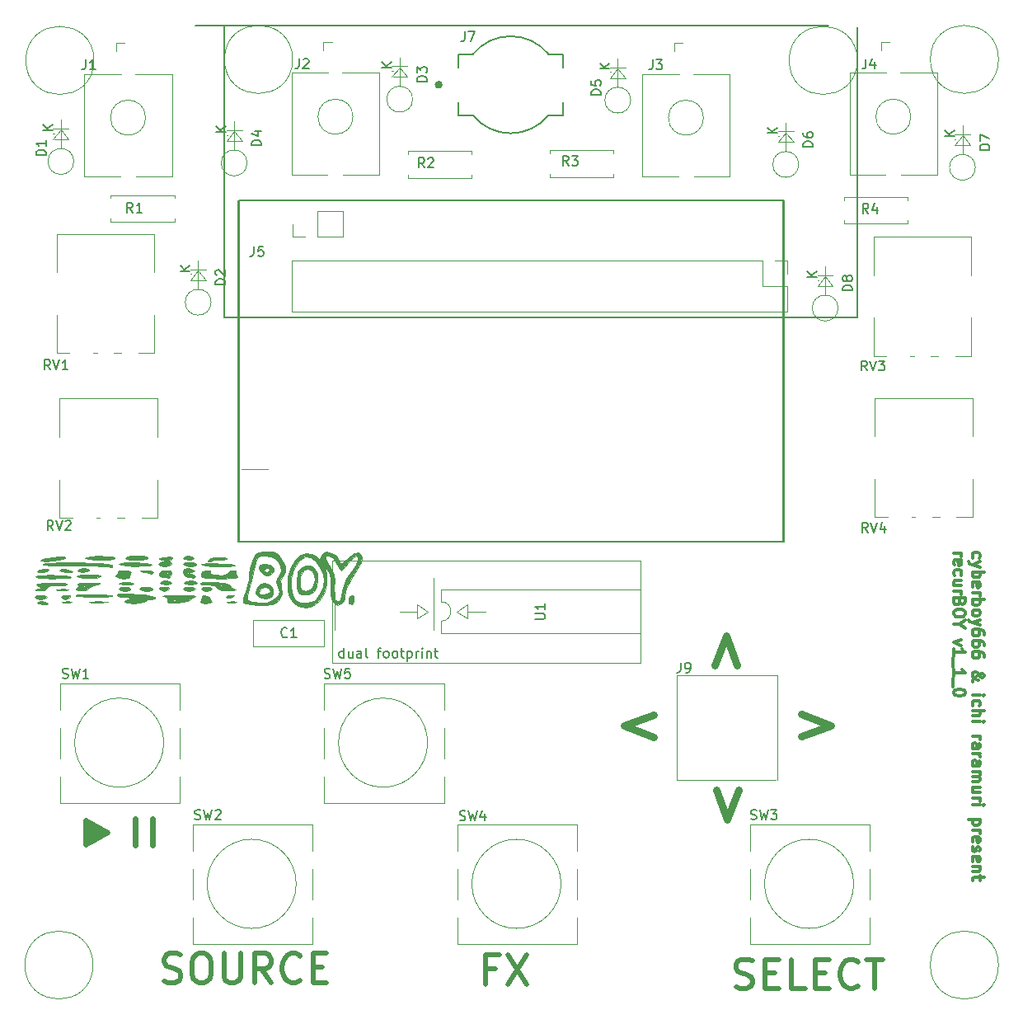
<source format=gto>
G04 #@! TF.GenerationSoftware,KiCad,Pcbnew,8.0.5*
G04 #@! TF.CreationDate,2025-04-09T15:30:52+10:00*
G04 #@! TF.ProjectId,recurBOY,72656375-7242-44f5-992e-6b696361645f,v1_1_0*
G04 #@! TF.SameCoordinates,Original*
G04 #@! TF.FileFunction,Legend,Top*
G04 #@! TF.FilePolarity,Positive*
%FSLAX46Y46*%
G04 Gerber Fmt 4.6, Leading zero omitted, Abs format (unit mm)*
G04 Created by KiCad (PCBNEW 8.0.5) date 2025-04-09 15:30:52*
%MOMM*%
%LPD*%
G01*
G04 APERTURE LIST*
%ADD10C,0.600000*%
%ADD11C,0.200000*%
%ADD12C,0.100000*%
%ADD13C,0.800000*%
%ADD14C,0.500000*%
%ADD15C,0.300000*%
%ADD16C,0.150000*%
%ADD17C,0.120000*%
%ADD18C,0.400000*%
%ADD19C,0.127000*%
%ADD20C,0.010000*%
G04 APERTURE END LIST*
D10*
X116300000Y-116500000D02*
X116300000Y-119200000D01*
D11*
X183000000Y-88000000D02*
X183000000Y-53000000D01*
X127000000Y-53000000D02*
X127000000Y-88000000D01*
X158000000Y-65000000D02*
X190500000Y-65000000D01*
D12*
X112100000Y-38600000D02*
G75*
G02*
X105100000Y-38600000I-3500000J0D01*
G01*
X105100000Y-38600000D02*
G75*
G02*
X112100000Y-38600000I3500000J0D01*
G01*
D11*
X127000000Y-88000000D02*
X183000000Y-88000000D01*
X125500000Y-65000000D02*
X158000000Y-65000000D01*
X155000000Y-53000000D02*
X127000000Y-53000000D01*
X190500000Y-65000000D02*
X190500000Y-35200000D01*
D12*
X205000000Y-38500000D02*
G75*
G02*
X198000000Y-38500000I-3500000J0D01*
G01*
X198000000Y-38500000D02*
G75*
G02*
X205000000Y-38500000I3500000J0D01*
G01*
D11*
X183000000Y-53000000D02*
X155000000Y-53000000D01*
D10*
X118100000Y-116500000D02*
X118100000Y-119200000D01*
D12*
X112000000Y-131500000D02*
G75*
G02*
X105000000Y-131500000I-3500000J0D01*
G01*
X105000000Y-131500000D02*
G75*
G02*
X112000000Y-131500000I3500000J0D01*
G01*
X132500000Y-38500000D02*
G75*
G02*
X125500000Y-38500000I-3500000J0D01*
G01*
X125500000Y-38500000D02*
G75*
G02*
X132500000Y-38500000I3500000J0D01*
G01*
D11*
X187500000Y-35000000D02*
X122500000Y-35000000D01*
D12*
X190500000Y-38600000D02*
G75*
G02*
X183500000Y-38600000I-3500000J0D01*
G01*
X183500000Y-38600000D02*
G75*
G02*
X190500000Y-38600000I3500000J0D01*
G01*
X205000000Y-131500000D02*
G75*
G02*
X198000000Y-131500000I-3500000J0D01*
G01*
X198000000Y-131500000D02*
G75*
G02*
X205000000Y-131500000I3500000J0D01*
G01*
D11*
X125500000Y-35000000D02*
X125500000Y-65000000D01*
D13*
X184726190Y-105742209D02*
X187773810Y-106885066D01*
X187773810Y-106885066D02*
X184726190Y-108027923D01*
X169573809Y-108057790D02*
X166526190Y-106914933D01*
X166526190Y-106914933D02*
X169573809Y-105772076D01*
D14*
X153299999Y-131890428D02*
X152299999Y-131890428D01*
X152299999Y-133461857D02*
X152299999Y-130461857D01*
X152299999Y-130461857D02*
X153728571Y-130461857D01*
X154585714Y-130461857D02*
X156585714Y-133461857D01*
X156585714Y-130461857D02*
X154585714Y-133461857D01*
D13*
X175892209Y-100723809D02*
X177035066Y-97676190D01*
X177035066Y-97676190D02*
X178177923Y-100723809D01*
D14*
X111399999Y-116776142D02*
X111399999Y-119061857D01*
X111542857Y-116919000D02*
X111542857Y-118919000D01*
X111685714Y-116919000D02*
X111685714Y-118919000D01*
X111828571Y-117061857D02*
X111828571Y-118776142D01*
X111971428Y-117061857D02*
X111971428Y-118776142D01*
X112114285Y-117204714D02*
X112114285Y-118633285D01*
X112257142Y-117204714D02*
X112257142Y-118633285D01*
X112399999Y-117347571D02*
X112399999Y-118490428D01*
X112542857Y-117490428D02*
X112542857Y-118347571D01*
X112685714Y-117490428D02*
X112685714Y-118347571D01*
X112828571Y-117633285D02*
X112828571Y-118204714D01*
X112971428Y-117633285D02*
X112971428Y-118204714D01*
X113114285Y-117919000D02*
X113257142Y-117919000D01*
X113114285Y-117776142D02*
X113114285Y-118061857D01*
X111257142Y-116776142D02*
X113399999Y-117919000D01*
X113399999Y-117919000D02*
X111257142Y-119061857D01*
X113542857Y-117919000D02*
X111257142Y-119204714D01*
X111257142Y-119204714D02*
X111257142Y-116633285D01*
X111257142Y-116633285D02*
X113542857Y-117919000D01*
D13*
X178307790Y-113476190D02*
X177164933Y-116523810D01*
X177164933Y-116523810D02*
X176022076Y-113476190D01*
D14*
X178021428Y-133769000D02*
X178450000Y-133911857D01*
X178450000Y-133911857D02*
X179164285Y-133911857D01*
X179164285Y-133911857D02*
X179450000Y-133769000D01*
X179450000Y-133769000D02*
X179592857Y-133626142D01*
X179592857Y-133626142D02*
X179735714Y-133340428D01*
X179735714Y-133340428D02*
X179735714Y-133054714D01*
X179735714Y-133054714D02*
X179592857Y-132769000D01*
X179592857Y-132769000D02*
X179450000Y-132626142D01*
X179450000Y-132626142D02*
X179164285Y-132483285D01*
X179164285Y-132483285D02*
X178592857Y-132340428D01*
X178592857Y-132340428D02*
X178307142Y-132197571D01*
X178307142Y-132197571D02*
X178164285Y-132054714D01*
X178164285Y-132054714D02*
X178021428Y-131769000D01*
X178021428Y-131769000D02*
X178021428Y-131483285D01*
X178021428Y-131483285D02*
X178164285Y-131197571D01*
X178164285Y-131197571D02*
X178307142Y-131054714D01*
X178307142Y-131054714D02*
X178592857Y-130911857D01*
X178592857Y-130911857D02*
X179307142Y-130911857D01*
X179307142Y-130911857D02*
X179735714Y-131054714D01*
X181021428Y-132340428D02*
X182021428Y-132340428D01*
X182450000Y-133911857D02*
X181021428Y-133911857D01*
X181021428Y-133911857D02*
X181021428Y-130911857D01*
X181021428Y-130911857D02*
X182450000Y-130911857D01*
X185164286Y-133911857D02*
X183735714Y-133911857D01*
X183735714Y-133911857D02*
X183735714Y-130911857D01*
X186164285Y-132340428D02*
X187164285Y-132340428D01*
X187592857Y-133911857D02*
X186164285Y-133911857D01*
X186164285Y-133911857D02*
X186164285Y-130911857D01*
X186164285Y-130911857D02*
X187592857Y-130911857D01*
X190592857Y-133626142D02*
X190450000Y-133769000D01*
X190450000Y-133769000D02*
X190021428Y-133911857D01*
X190021428Y-133911857D02*
X189735714Y-133911857D01*
X189735714Y-133911857D02*
X189307143Y-133769000D01*
X189307143Y-133769000D02*
X189021428Y-133483285D01*
X189021428Y-133483285D02*
X188878571Y-133197571D01*
X188878571Y-133197571D02*
X188735714Y-132626142D01*
X188735714Y-132626142D02*
X188735714Y-132197571D01*
X188735714Y-132197571D02*
X188878571Y-131626142D01*
X188878571Y-131626142D02*
X189021428Y-131340428D01*
X189021428Y-131340428D02*
X189307143Y-131054714D01*
X189307143Y-131054714D02*
X189735714Y-130911857D01*
X189735714Y-130911857D02*
X190021428Y-130911857D01*
X190021428Y-130911857D02*
X190450000Y-131054714D01*
X190450000Y-131054714D02*
X190592857Y-131197571D01*
X191450000Y-130911857D02*
X193164286Y-130911857D01*
X192307143Y-133911857D02*
X192307143Y-130911857D01*
D15*
X202383566Y-89697368D02*
X202326423Y-89583082D01*
X202326423Y-89583082D02*
X202326423Y-89354510D01*
X202326423Y-89354510D02*
X202383566Y-89240225D01*
X202383566Y-89240225D02*
X202440708Y-89183082D01*
X202440708Y-89183082D02*
X202554994Y-89125939D01*
X202554994Y-89125939D02*
X202897851Y-89125939D01*
X202897851Y-89125939D02*
X203012137Y-89183082D01*
X203012137Y-89183082D02*
X203069280Y-89240225D01*
X203069280Y-89240225D02*
X203126423Y-89354510D01*
X203126423Y-89354510D02*
X203126423Y-89583082D01*
X203126423Y-89583082D02*
X203069280Y-89697368D01*
X203126423Y-90097367D02*
X202326423Y-90383081D01*
X203126423Y-90668796D02*
X202326423Y-90383081D01*
X202326423Y-90383081D02*
X202040708Y-90268796D01*
X202040708Y-90268796D02*
X201983566Y-90211653D01*
X201983566Y-90211653D02*
X201926423Y-90097367D01*
X202326423Y-91125939D02*
X203526423Y-91125939D01*
X203069280Y-91125939D02*
X203126423Y-91240225D01*
X203126423Y-91240225D02*
X203126423Y-91468796D01*
X203126423Y-91468796D02*
X203069280Y-91583082D01*
X203069280Y-91583082D02*
X203012137Y-91640225D01*
X203012137Y-91640225D02*
X202897851Y-91697367D01*
X202897851Y-91697367D02*
X202554994Y-91697367D01*
X202554994Y-91697367D02*
X202440708Y-91640225D01*
X202440708Y-91640225D02*
X202383566Y-91583082D01*
X202383566Y-91583082D02*
X202326423Y-91468796D01*
X202326423Y-91468796D02*
X202326423Y-91240225D01*
X202326423Y-91240225D02*
X202383566Y-91125939D01*
X202383566Y-92668796D02*
X202326423Y-92554510D01*
X202326423Y-92554510D02*
X202326423Y-92325939D01*
X202326423Y-92325939D02*
X202383566Y-92211653D01*
X202383566Y-92211653D02*
X202497851Y-92154510D01*
X202497851Y-92154510D02*
X202954994Y-92154510D01*
X202954994Y-92154510D02*
X203069280Y-92211653D01*
X203069280Y-92211653D02*
X203126423Y-92325939D01*
X203126423Y-92325939D02*
X203126423Y-92554510D01*
X203126423Y-92554510D02*
X203069280Y-92668796D01*
X203069280Y-92668796D02*
X202954994Y-92725939D01*
X202954994Y-92725939D02*
X202840708Y-92725939D01*
X202840708Y-92725939D02*
X202726423Y-92154510D01*
X202326423Y-93240224D02*
X203126423Y-93240224D01*
X202897851Y-93240224D02*
X203012137Y-93297367D01*
X203012137Y-93297367D02*
X203069280Y-93354510D01*
X203069280Y-93354510D02*
X203126423Y-93468795D01*
X203126423Y-93468795D02*
X203126423Y-93583081D01*
X202326423Y-93983081D02*
X203526423Y-93983081D01*
X203069280Y-93983081D02*
X203126423Y-94097367D01*
X203126423Y-94097367D02*
X203126423Y-94325938D01*
X203126423Y-94325938D02*
X203069280Y-94440224D01*
X203069280Y-94440224D02*
X203012137Y-94497367D01*
X203012137Y-94497367D02*
X202897851Y-94554509D01*
X202897851Y-94554509D02*
X202554994Y-94554509D01*
X202554994Y-94554509D02*
X202440708Y-94497367D01*
X202440708Y-94497367D02*
X202383566Y-94440224D01*
X202383566Y-94440224D02*
X202326423Y-94325938D01*
X202326423Y-94325938D02*
X202326423Y-94097367D01*
X202326423Y-94097367D02*
X202383566Y-93983081D01*
X202326423Y-95240223D02*
X202383566Y-95125938D01*
X202383566Y-95125938D02*
X202440708Y-95068795D01*
X202440708Y-95068795D02*
X202554994Y-95011652D01*
X202554994Y-95011652D02*
X202897851Y-95011652D01*
X202897851Y-95011652D02*
X203012137Y-95068795D01*
X203012137Y-95068795D02*
X203069280Y-95125938D01*
X203069280Y-95125938D02*
X203126423Y-95240223D01*
X203126423Y-95240223D02*
X203126423Y-95411652D01*
X203126423Y-95411652D02*
X203069280Y-95525938D01*
X203069280Y-95525938D02*
X203012137Y-95583081D01*
X203012137Y-95583081D02*
X202897851Y-95640223D01*
X202897851Y-95640223D02*
X202554994Y-95640223D01*
X202554994Y-95640223D02*
X202440708Y-95583081D01*
X202440708Y-95583081D02*
X202383566Y-95525938D01*
X202383566Y-95525938D02*
X202326423Y-95411652D01*
X202326423Y-95411652D02*
X202326423Y-95240223D01*
X203126423Y-96040223D02*
X202326423Y-96325937D01*
X203126423Y-96611652D02*
X202326423Y-96325937D01*
X202326423Y-96325937D02*
X202040708Y-96211652D01*
X202040708Y-96211652D02*
X201983566Y-96154509D01*
X201983566Y-96154509D02*
X201926423Y-96040223D01*
X203526423Y-97583081D02*
X203526423Y-97354509D01*
X203526423Y-97354509D02*
X203469280Y-97240223D01*
X203469280Y-97240223D02*
X203412137Y-97183081D01*
X203412137Y-97183081D02*
X203240708Y-97068795D01*
X203240708Y-97068795D02*
X203012137Y-97011652D01*
X203012137Y-97011652D02*
X202554994Y-97011652D01*
X202554994Y-97011652D02*
X202440708Y-97068795D01*
X202440708Y-97068795D02*
X202383566Y-97125938D01*
X202383566Y-97125938D02*
X202326423Y-97240223D01*
X202326423Y-97240223D02*
X202326423Y-97468795D01*
X202326423Y-97468795D02*
X202383566Y-97583081D01*
X202383566Y-97583081D02*
X202440708Y-97640223D01*
X202440708Y-97640223D02*
X202554994Y-97697366D01*
X202554994Y-97697366D02*
X202840708Y-97697366D01*
X202840708Y-97697366D02*
X202954994Y-97640223D01*
X202954994Y-97640223D02*
X203012137Y-97583081D01*
X203012137Y-97583081D02*
X203069280Y-97468795D01*
X203069280Y-97468795D02*
X203069280Y-97240223D01*
X203069280Y-97240223D02*
X203012137Y-97125938D01*
X203012137Y-97125938D02*
X202954994Y-97068795D01*
X202954994Y-97068795D02*
X202840708Y-97011652D01*
X203526423Y-98725938D02*
X203526423Y-98497366D01*
X203526423Y-98497366D02*
X203469280Y-98383080D01*
X203469280Y-98383080D02*
X203412137Y-98325938D01*
X203412137Y-98325938D02*
X203240708Y-98211652D01*
X203240708Y-98211652D02*
X203012137Y-98154509D01*
X203012137Y-98154509D02*
X202554994Y-98154509D01*
X202554994Y-98154509D02*
X202440708Y-98211652D01*
X202440708Y-98211652D02*
X202383566Y-98268795D01*
X202383566Y-98268795D02*
X202326423Y-98383080D01*
X202326423Y-98383080D02*
X202326423Y-98611652D01*
X202326423Y-98611652D02*
X202383566Y-98725938D01*
X202383566Y-98725938D02*
X202440708Y-98783080D01*
X202440708Y-98783080D02*
X202554994Y-98840223D01*
X202554994Y-98840223D02*
X202840708Y-98840223D01*
X202840708Y-98840223D02*
X202954994Y-98783080D01*
X202954994Y-98783080D02*
X203012137Y-98725938D01*
X203012137Y-98725938D02*
X203069280Y-98611652D01*
X203069280Y-98611652D02*
X203069280Y-98383080D01*
X203069280Y-98383080D02*
X203012137Y-98268795D01*
X203012137Y-98268795D02*
X202954994Y-98211652D01*
X202954994Y-98211652D02*
X202840708Y-98154509D01*
X203526423Y-99868795D02*
X203526423Y-99640223D01*
X203526423Y-99640223D02*
X203469280Y-99525937D01*
X203469280Y-99525937D02*
X203412137Y-99468795D01*
X203412137Y-99468795D02*
X203240708Y-99354509D01*
X203240708Y-99354509D02*
X203012137Y-99297366D01*
X203012137Y-99297366D02*
X202554994Y-99297366D01*
X202554994Y-99297366D02*
X202440708Y-99354509D01*
X202440708Y-99354509D02*
X202383566Y-99411652D01*
X202383566Y-99411652D02*
X202326423Y-99525937D01*
X202326423Y-99525937D02*
X202326423Y-99754509D01*
X202326423Y-99754509D02*
X202383566Y-99868795D01*
X202383566Y-99868795D02*
X202440708Y-99925937D01*
X202440708Y-99925937D02*
X202554994Y-99983080D01*
X202554994Y-99983080D02*
X202840708Y-99983080D01*
X202840708Y-99983080D02*
X202954994Y-99925937D01*
X202954994Y-99925937D02*
X203012137Y-99868795D01*
X203012137Y-99868795D02*
X203069280Y-99754509D01*
X203069280Y-99754509D02*
X203069280Y-99525937D01*
X203069280Y-99525937D02*
X203012137Y-99411652D01*
X203012137Y-99411652D02*
X202954994Y-99354509D01*
X202954994Y-99354509D02*
X202840708Y-99297366D01*
X202326423Y-102383080D02*
X202326423Y-102325938D01*
X202326423Y-102325938D02*
X202383566Y-102211652D01*
X202383566Y-102211652D02*
X202554994Y-102040223D01*
X202554994Y-102040223D02*
X202897851Y-101754509D01*
X202897851Y-101754509D02*
X203069280Y-101640223D01*
X203069280Y-101640223D02*
X203240708Y-101583080D01*
X203240708Y-101583080D02*
X203354994Y-101583080D01*
X203354994Y-101583080D02*
X203469280Y-101640223D01*
X203469280Y-101640223D02*
X203526423Y-101754509D01*
X203526423Y-101754509D02*
X203526423Y-101811652D01*
X203526423Y-101811652D02*
X203469280Y-101925938D01*
X203469280Y-101925938D02*
X203354994Y-101983080D01*
X203354994Y-101983080D02*
X203297851Y-101983080D01*
X203297851Y-101983080D02*
X203183566Y-101925938D01*
X203183566Y-101925938D02*
X203126423Y-101868795D01*
X203126423Y-101868795D02*
X202897851Y-101525938D01*
X202897851Y-101525938D02*
X202840708Y-101468795D01*
X202840708Y-101468795D02*
X202726423Y-101411652D01*
X202726423Y-101411652D02*
X202554994Y-101411652D01*
X202554994Y-101411652D02*
X202440708Y-101468795D01*
X202440708Y-101468795D02*
X202383566Y-101525938D01*
X202383566Y-101525938D02*
X202326423Y-101640223D01*
X202326423Y-101640223D02*
X202326423Y-101811652D01*
X202326423Y-101811652D02*
X202383566Y-101925938D01*
X202383566Y-101925938D02*
X202440708Y-101983080D01*
X202440708Y-101983080D02*
X202669280Y-102154509D01*
X202669280Y-102154509D02*
X202840708Y-102211652D01*
X202840708Y-102211652D02*
X202954994Y-102211652D01*
X202326423Y-103811652D02*
X203126423Y-103811652D01*
X203526423Y-103811652D02*
X203469280Y-103754509D01*
X203469280Y-103754509D02*
X203412137Y-103811652D01*
X203412137Y-103811652D02*
X203469280Y-103868795D01*
X203469280Y-103868795D02*
X203526423Y-103811652D01*
X203526423Y-103811652D02*
X203412137Y-103811652D01*
X202383566Y-104897367D02*
X202326423Y-104783081D01*
X202326423Y-104783081D02*
X202326423Y-104554509D01*
X202326423Y-104554509D02*
X202383566Y-104440224D01*
X202383566Y-104440224D02*
X202440708Y-104383081D01*
X202440708Y-104383081D02*
X202554994Y-104325938D01*
X202554994Y-104325938D02*
X202897851Y-104325938D01*
X202897851Y-104325938D02*
X203012137Y-104383081D01*
X203012137Y-104383081D02*
X203069280Y-104440224D01*
X203069280Y-104440224D02*
X203126423Y-104554509D01*
X203126423Y-104554509D02*
X203126423Y-104783081D01*
X203126423Y-104783081D02*
X203069280Y-104897367D01*
X202326423Y-105411652D02*
X203526423Y-105411652D01*
X202326423Y-105925938D02*
X202954994Y-105925938D01*
X202954994Y-105925938D02*
X203069280Y-105868795D01*
X203069280Y-105868795D02*
X203126423Y-105754509D01*
X203126423Y-105754509D02*
X203126423Y-105583080D01*
X203126423Y-105583080D02*
X203069280Y-105468795D01*
X203069280Y-105468795D02*
X203012137Y-105411652D01*
X202326423Y-106497366D02*
X203126423Y-106497366D01*
X203526423Y-106497366D02*
X203469280Y-106440223D01*
X203469280Y-106440223D02*
X203412137Y-106497366D01*
X203412137Y-106497366D02*
X203469280Y-106554509D01*
X203469280Y-106554509D02*
X203526423Y-106497366D01*
X203526423Y-106497366D02*
X203412137Y-106497366D01*
X202326423Y-107983081D02*
X203126423Y-107983081D01*
X202897851Y-107983081D02*
X203012137Y-108040224D01*
X203012137Y-108040224D02*
X203069280Y-108097367D01*
X203069280Y-108097367D02*
X203126423Y-108211652D01*
X203126423Y-108211652D02*
X203126423Y-108325938D01*
X202326423Y-109240224D02*
X202954994Y-109240224D01*
X202954994Y-109240224D02*
X203069280Y-109183081D01*
X203069280Y-109183081D02*
X203126423Y-109068795D01*
X203126423Y-109068795D02*
X203126423Y-108840224D01*
X203126423Y-108840224D02*
X203069280Y-108725938D01*
X202383566Y-109240224D02*
X202326423Y-109125938D01*
X202326423Y-109125938D02*
X202326423Y-108840224D01*
X202326423Y-108840224D02*
X202383566Y-108725938D01*
X202383566Y-108725938D02*
X202497851Y-108668795D01*
X202497851Y-108668795D02*
X202612137Y-108668795D01*
X202612137Y-108668795D02*
X202726423Y-108725938D01*
X202726423Y-108725938D02*
X202783566Y-108840224D01*
X202783566Y-108840224D02*
X202783566Y-109125938D01*
X202783566Y-109125938D02*
X202840708Y-109240224D01*
X202326423Y-109811652D02*
X203126423Y-109811652D01*
X202897851Y-109811652D02*
X203012137Y-109868795D01*
X203012137Y-109868795D02*
X203069280Y-109925938D01*
X203069280Y-109925938D02*
X203126423Y-110040223D01*
X203126423Y-110040223D02*
X203126423Y-110154509D01*
X202326423Y-111068795D02*
X202954994Y-111068795D01*
X202954994Y-111068795D02*
X203069280Y-111011652D01*
X203069280Y-111011652D02*
X203126423Y-110897366D01*
X203126423Y-110897366D02*
X203126423Y-110668795D01*
X203126423Y-110668795D02*
X203069280Y-110554509D01*
X202383566Y-111068795D02*
X202326423Y-110954509D01*
X202326423Y-110954509D02*
X202326423Y-110668795D01*
X202326423Y-110668795D02*
X202383566Y-110554509D01*
X202383566Y-110554509D02*
X202497851Y-110497366D01*
X202497851Y-110497366D02*
X202612137Y-110497366D01*
X202612137Y-110497366D02*
X202726423Y-110554509D01*
X202726423Y-110554509D02*
X202783566Y-110668795D01*
X202783566Y-110668795D02*
X202783566Y-110954509D01*
X202783566Y-110954509D02*
X202840708Y-111068795D01*
X202326423Y-111640223D02*
X203126423Y-111640223D01*
X203012137Y-111640223D02*
X203069280Y-111697366D01*
X203069280Y-111697366D02*
X203126423Y-111811651D01*
X203126423Y-111811651D02*
X203126423Y-111983080D01*
X203126423Y-111983080D02*
X203069280Y-112097366D01*
X203069280Y-112097366D02*
X202954994Y-112154509D01*
X202954994Y-112154509D02*
X202326423Y-112154509D01*
X202954994Y-112154509D02*
X203069280Y-112211651D01*
X203069280Y-112211651D02*
X203126423Y-112325937D01*
X203126423Y-112325937D02*
X203126423Y-112497366D01*
X203126423Y-112497366D02*
X203069280Y-112611651D01*
X203069280Y-112611651D02*
X202954994Y-112668794D01*
X202954994Y-112668794D02*
X202326423Y-112668794D01*
X203126423Y-113754509D02*
X202326423Y-113754509D01*
X203126423Y-113240223D02*
X202497851Y-113240223D01*
X202497851Y-113240223D02*
X202383566Y-113297366D01*
X202383566Y-113297366D02*
X202326423Y-113411651D01*
X202326423Y-113411651D02*
X202326423Y-113583080D01*
X202326423Y-113583080D02*
X202383566Y-113697366D01*
X202383566Y-113697366D02*
X202440708Y-113754509D01*
X202326423Y-114325937D02*
X203126423Y-114325937D01*
X202897851Y-114325937D02*
X203012137Y-114383080D01*
X203012137Y-114383080D02*
X203069280Y-114440223D01*
X203069280Y-114440223D02*
X203126423Y-114554508D01*
X203126423Y-114554508D02*
X203126423Y-114668794D01*
X202326423Y-115068794D02*
X203126423Y-115068794D01*
X203526423Y-115068794D02*
X203469280Y-115011651D01*
X203469280Y-115011651D02*
X203412137Y-115068794D01*
X203412137Y-115068794D02*
X203469280Y-115125937D01*
X203469280Y-115125937D02*
X203526423Y-115068794D01*
X203526423Y-115068794D02*
X203412137Y-115068794D01*
X203126423Y-116554509D02*
X201926423Y-116554509D01*
X203069280Y-116554509D02*
X203126423Y-116668795D01*
X203126423Y-116668795D02*
X203126423Y-116897366D01*
X203126423Y-116897366D02*
X203069280Y-117011652D01*
X203069280Y-117011652D02*
X203012137Y-117068795D01*
X203012137Y-117068795D02*
X202897851Y-117125937D01*
X202897851Y-117125937D02*
X202554994Y-117125937D01*
X202554994Y-117125937D02*
X202440708Y-117068795D01*
X202440708Y-117068795D02*
X202383566Y-117011652D01*
X202383566Y-117011652D02*
X202326423Y-116897366D01*
X202326423Y-116897366D02*
X202326423Y-116668795D01*
X202326423Y-116668795D02*
X202383566Y-116554509D01*
X202326423Y-117640223D02*
X203126423Y-117640223D01*
X202897851Y-117640223D02*
X203012137Y-117697366D01*
X203012137Y-117697366D02*
X203069280Y-117754509D01*
X203069280Y-117754509D02*
X203126423Y-117868794D01*
X203126423Y-117868794D02*
X203126423Y-117983080D01*
X202383566Y-118840223D02*
X202326423Y-118725937D01*
X202326423Y-118725937D02*
X202326423Y-118497366D01*
X202326423Y-118497366D02*
X202383566Y-118383080D01*
X202383566Y-118383080D02*
X202497851Y-118325937D01*
X202497851Y-118325937D02*
X202954994Y-118325937D01*
X202954994Y-118325937D02*
X203069280Y-118383080D01*
X203069280Y-118383080D02*
X203126423Y-118497366D01*
X203126423Y-118497366D02*
X203126423Y-118725937D01*
X203126423Y-118725937D02*
X203069280Y-118840223D01*
X203069280Y-118840223D02*
X202954994Y-118897366D01*
X202954994Y-118897366D02*
X202840708Y-118897366D01*
X202840708Y-118897366D02*
X202726423Y-118325937D01*
X202383566Y-119354508D02*
X202326423Y-119468794D01*
X202326423Y-119468794D02*
X202326423Y-119697365D01*
X202326423Y-119697365D02*
X202383566Y-119811651D01*
X202383566Y-119811651D02*
X202497851Y-119868794D01*
X202497851Y-119868794D02*
X202554994Y-119868794D01*
X202554994Y-119868794D02*
X202669280Y-119811651D01*
X202669280Y-119811651D02*
X202726423Y-119697365D01*
X202726423Y-119697365D02*
X202726423Y-119525937D01*
X202726423Y-119525937D02*
X202783566Y-119411651D01*
X202783566Y-119411651D02*
X202897851Y-119354508D01*
X202897851Y-119354508D02*
X202954994Y-119354508D01*
X202954994Y-119354508D02*
X203069280Y-119411651D01*
X203069280Y-119411651D02*
X203126423Y-119525937D01*
X203126423Y-119525937D02*
X203126423Y-119697365D01*
X203126423Y-119697365D02*
X203069280Y-119811651D01*
X202383566Y-120840223D02*
X202326423Y-120725937D01*
X202326423Y-120725937D02*
X202326423Y-120497366D01*
X202326423Y-120497366D02*
X202383566Y-120383080D01*
X202383566Y-120383080D02*
X202497851Y-120325937D01*
X202497851Y-120325937D02*
X202954994Y-120325937D01*
X202954994Y-120325937D02*
X203069280Y-120383080D01*
X203069280Y-120383080D02*
X203126423Y-120497366D01*
X203126423Y-120497366D02*
X203126423Y-120725937D01*
X203126423Y-120725937D02*
X203069280Y-120840223D01*
X203069280Y-120840223D02*
X202954994Y-120897366D01*
X202954994Y-120897366D02*
X202840708Y-120897366D01*
X202840708Y-120897366D02*
X202726423Y-120325937D01*
X203126423Y-121411651D02*
X202326423Y-121411651D01*
X203012137Y-121411651D02*
X203069280Y-121468794D01*
X203069280Y-121468794D02*
X203126423Y-121583079D01*
X203126423Y-121583079D02*
X203126423Y-121754508D01*
X203126423Y-121754508D02*
X203069280Y-121868794D01*
X203069280Y-121868794D02*
X202954994Y-121925937D01*
X202954994Y-121925937D02*
X202326423Y-121925937D01*
X203126423Y-122325936D02*
X203126423Y-122783079D01*
X203526423Y-122497365D02*
X202497851Y-122497365D01*
X202497851Y-122497365D02*
X202383566Y-122554508D01*
X202383566Y-122554508D02*
X202326423Y-122668793D01*
X202326423Y-122668793D02*
X202326423Y-122783079D01*
X200394490Y-89183082D02*
X201194490Y-89183082D01*
X200965918Y-89183082D02*
X201080204Y-89240225D01*
X201080204Y-89240225D02*
X201137347Y-89297368D01*
X201137347Y-89297368D02*
X201194490Y-89411653D01*
X201194490Y-89411653D02*
X201194490Y-89525939D01*
X200451633Y-90383082D02*
X200394490Y-90268796D01*
X200394490Y-90268796D02*
X200394490Y-90040225D01*
X200394490Y-90040225D02*
X200451633Y-89925939D01*
X200451633Y-89925939D02*
X200565918Y-89868796D01*
X200565918Y-89868796D02*
X201023061Y-89868796D01*
X201023061Y-89868796D02*
X201137347Y-89925939D01*
X201137347Y-89925939D02*
X201194490Y-90040225D01*
X201194490Y-90040225D02*
X201194490Y-90268796D01*
X201194490Y-90268796D02*
X201137347Y-90383082D01*
X201137347Y-90383082D02*
X201023061Y-90440225D01*
X201023061Y-90440225D02*
X200908775Y-90440225D01*
X200908775Y-90440225D02*
X200794490Y-89868796D01*
X200451633Y-91468796D02*
X200394490Y-91354510D01*
X200394490Y-91354510D02*
X200394490Y-91125938D01*
X200394490Y-91125938D02*
X200451633Y-91011653D01*
X200451633Y-91011653D02*
X200508775Y-90954510D01*
X200508775Y-90954510D02*
X200623061Y-90897367D01*
X200623061Y-90897367D02*
X200965918Y-90897367D01*
X200965918Y-90897367D02*
X201080204Y-90954510D01*
X201080204Y-90954510D02*
X201137347Y-91011653D01*
X201137347Y-91011653D02*
X201194490Y-91125938D01*
X201194490Y-91125938D02*
X201194490Y-91354510D01*
X201194490Y-91354510D02*
X201137347Y-91468796D01*
X201194490Y-92497367D02*
X200394490Y-92497367D01*
X201194490Y-91983081D02*
X200565918Y-91983081D01*
X200565918Y-91983081D02*
X200451633Y-92040224D01*
X200451633Y-92040224D02*
X200394490Y-92154509D01*
X200394490Y-92154509D02*
X200394490Y-92325938D01*
X200394490Y-92325938D02*
X200451633Y-92440224D01*
X200451633Y-92440224D02*
X200508775Y-92497367D01*
X200394490Y-93068795D02*
X201194490Y-93068795D01*
X200965918Y-93068795D02*
X201080204Y-93125938D01*
X201080204Y-93125938D02*
X201137347Y-93183081D01*
X201137347Y-93183081D02*
X201194490Y-93297366D01*
X201194490Y-93297366D02*
X201194490Y-93411652D01*
X201023061Y-94211652D02*
X200965918Y-94383080D01*
X200965918Y-94383080D02*
X200908775Y-94440223D01*
X200908775Y-94440223D02*
X200794490Y-94497366D01*
X200794490Y-94497366D02*
X200623061Y-94497366D01*
X200623061Y-94497366D02*
X200508775Y-94440223D01*
X200508775Y-94440223D02*
X200451633Y-94383080D01*
X200451633Y-94383080D02*
X200394490Y-94268795D01*
X200394490Y-94268795D02*
X200394490Y-93811652D01*
X200394490Y-93811652D02*
X201594490Y-93811652D01*
X201594490Y-93811652D02*
X201594490Y-94211652D01*
X201594490Y-94211652D02*
X201537347Y-94325938D01*
X201537347Y-94325938D02*
X201480204Y-94383080D01*
X201480204Y-94383080D02*
X201365918Y-94440223D01*
X201365918Y-94440223D02*
X201251633Y-94440223D01*
X201251633Y-94440223D02*
X201137347Y-94383080D01*
X201137347Y-94383080D02*
X201080204Y-94325938D01*
X201080204Y-94325938D02*
X201023061Y-94211652D01*
X201023061Y-94211652D02*
X201023061Y-93811652D01*
X201594490Y-95240223D02*
X201594490Y-95468795D01*
X201594490Y-95468795D02*
X201537347Y-95583080D01*
X201537347Y-95583080D02*
X201423061Y-95697366D01*
X201423061Y-95697366D02*
X201194490Y-95754509D01*
X201194490Y-95754509D02*
X200794490Y-95754509D01*
X200794490Y-95754509D02*
X200565918Y-95697366D01*
X200565918Y-95697366D02*
X200451633Y-95583080D01*
X200451633Y-95583080D02*
X200394490Y-95468795D01*
X200394490Y-95468795D02*
X200394490Y-95240223D01*
X200394490Y-95240223D02*
X200451633Y-95125938D01*
X200451633Y-95125938D02*
X200565918Y-95011652D01*
X200565918Y-95011652D02*
X200794490Y-94954509D01*
X200794490Y-94954509D02*
X201194490Y-94954509D01*
X201194490Y-94954509D02*
X201423061Y-95011652D01*
X201423061Y-95011652D02*
X201537347Y-95125938D01*
X201537347Y-95125938D02*
X201594490Y-95240223D01*
X200965918Y-96497366D02*
X200394490Y-96497366D01*
X201594490Y-96097366D02*
X200965918Y-96497366D01*
X200965918Y-96497366D02*
X201594490Y-96897366D01*
X201194490Y-98097366D02*
X200394490Y-98383080D01*
X200394490Y-98383080D02*
X201194490Y-98668795D01*
X200394490Y-99754509D02*
X200394490Y-99068795D01*
X200394490Y-99411652D02*
X201594490Y-99411652D01*
X201594490Y-99411652D02*
X201423061Y-99297366D01*
X201423061Y-99297366D02*
X201308775Y-99183081D01*
X201308775Y-99183081D02*
X201251633Y-99068795D01*
X200280204Y-99983081D02*
X200280204Y-100897366D01*
X200394490Y-101811652D02*
X200394490Y-101125938D01*
X200394490Y-101468795D02*
X201594490Y-101468795D01*
X201594490Y-101468795D02*
X201423061Y-101354509D01*
X201423061Y-101354509D02*
X201308775Y-101240224D01*
X201308775Y-101240224D02*
X201251633Y-101125938D01*
X200280204Y-102040224D02*
X200280204Y-102954509D01*
X201594490Y-103468795D02*
X201594490Y-103583081D01*
X201594490Y-103583081D02*
X201537347Y-103697367D01*
X201537347Y-103697367D02*
X201480204Y-103754510D01*
X201480204Y-103754510D02*
X201365918Y-103811652D01*
X201365918Y-103811652D02*
X201137347Y-103868795D01*
X201137347Y-103868795D02*
X200851633Y-103868795D01*
X200851633Y-103868795D02*
X200623061Y-103811652D01*
X200623061Y-103811652D02*
X200508775Y-103754510D01*
X200508775Y-103754510D02*
X200451633Y-103697367D01*
X200451633Y-103697367D02*
X200394490Y-103583081D01*
X200394490Y-103583081D02*
X200394490Y-103468795D01*
X200394490Y-103468795D02*
X200451633Y-103354510D01*
X200451633Y-103354510D02*
X200508775Y-103297367D01*
X200508775Y-103297367D02*
X200623061Y-103240224D01*
X200623061Y-103240224D02*
X200851633Y-103183081D01*
X200851633Y-103183081D02*
X201137347Y-103183081D01*
X201137347Y-103183081D02*
X201365918Y-103240224D01*
X201365918Y-103240224D02*
X201480204Y-103297367D01*
X201480204Y-103297367D02*
X201537347Y-103354510D01*
X201537347Y-103354510D02*
X201594490Y-103468795D01*
D14*
X119292857Y-133169000D02*
X119721429Y-133311857D01*
X119721429Y-133311857D02*
X120435714Y-133311857D01*
X120435714Y-133311857D02*
X120721429Y-133169000D01*
X120721429Y-133169000D02*
X120864286Y-133026142D01*
X120864286Y-133026142D02*
X121007143Y-132740428D01*
X121007143Y-132740428D02*
X121007143Y-132454714D01*
X121007143Y-132454714D02*
X120864286Y-132169000D01*
X120864286Y-132169000D02*
X120721429Y-132026142D01*
X120721429Y-132026142D02*
X120435714Y-131883285D01*
X120435714Y-131883285D02*
X119864286Y-131740428D01*
X119864286Y-131740428D02*
X119578571Y-131597571D01*
X119578571Y-131597571D02*
X119435714Y-131454714D01*
X119435714Y-131454714D02*
X119292857Y-131169000D01*
X119292857Y-131169000D02*
X119292857Y-130883285D01*
X119292857Y-130883285D02*
X119435714Y-130597571D01*
X119435714Y-130597571D02*
X119578571Y-130454714D01*
X119578571Y-130454714D02*
X119864286Y-130311857D01*
X119864286Y-130311857D02*
X120578571Y-130311857D01*
X120578571Y-130311857D02*
X121007143Y-130454714D01*
X122864286Y-130311857D02*
X123435714Y-130311857D01*
X123435714Y-130311857D02*
X123721429Y-130454714D01*
X123721429Y-130454714D02*
X124007143Y-130740428D01*
X124007143Y-130740428D02*
X124150000Y-131311857D01*
X124150000Y-131311857D02*
X124150000Y-132311857D01*
X124150000Y-132311857D02*
X124007143Y-132883285D01*
X124007143Y-132883285D02*
X123721429Y-133169000D01*
X123721429Y-133169000D02*
X123435714Y-133311857D01*
X123435714Y-133311857D02*
X122864286Y-133311857D01*
X122864286Y-133311857D02*
X122578572Y-133169000D01*
X122578572Y-133169000D02*
X122292857Y-132883285D01*
X122292857Y-132883285D02*
X122150000Y-132311857D01*
X122150000Y-132311857D02*
X122150000Y-131311857D01*
X122150000Y-131311857D02*
X122292857Y-130740428D01*
X122292857Y-130740428D02*
X122578572Y-130454714D01*
X122578572Y-130454714D02*
X122864286Y-130311857D01*
X125435714Y-130311857D02*
X125435714Y-132740428D01*
X125435714Y-132740428D02*
X125578571Y-133026142D01*
X125578571Y-133026142D02*
X125721429Y-133169000D01*
X125721429Y-133169000D02*
X126007143Y-133311857D01*
X126007143Y-133311857D02*
X126578571Y-133311857D01*
X126578571Y-133311857D02*
X126864286Y-133169000D01*
X126864286Y-133169000D02*
X127007143Y-133026142D01*
X127007143Y-133026142D02*
X127150000Y-132740428D01*
X127150000Y-132740428D02*
X127150000Y-130311857D01*
X130292857Y-133311857D02*
X129292857Y-131883285D01*
X128578571Y-133311857D02*
X128578571Y-130311857D01*
X128578571Y-130311857D02*
X129721428Y-130311857D01*
X129721428Y-130311857D02*
X130007143Y-130454714D01*
X130007143Y-130454714D02*
X130150000Y-130597571D01*
X130150000Y-130597571D02*
X130292857Y-130883285D01*
X130292857Y-130883285D02*
X130292857Y-131311857D01*
X130292857Y-131311857D02*
X130150000Y-131597571D01*
X130150000Y-131597571D02*
X130007143Y-131740428D01*
X130007143Y-131740428D02*
X129721428Y-131883285D01*
X129721428Y-131883285D02*
X128578571Y-131883285D01*
X133292857Y-133026142D02*
X133150000Y-133169000D01*
X133150000Y-133169000D02*
X132721428Y-133311857D01*
X132721428Y-133311857D02*
X132435714Y-133311857D01*
X132435714Y-133311857D02*
X132007143Y-133169000D01*
X132007143Y-133169000D02*
X131721428Y-132883285D01*
X131721428Y-132883285D02*
X131578571Y-132597571D01*
X131578571Y-132597571D02*
X131435714Y-132026142D01*
X131435714Y-132026142D02*
X131435714Y-131597571D01*
X131435714Y-131597571D02*
X131578571Y-131026142D01*
X131578571Y-131026142D02*
X131721428Y-130740428D01*
X131721428Y-130740428D02*
X132007143Y-130454714D01*
X132007143Y-130454714D02*
X132435714Y-130311857D01*
X132435714Y-130311857D02*
X132721428Y-130311857D01*
X132721428Y-130311857D02*
X133150000Y-130454714D01*
X133150000Y-130454714D02*
X133292857Y-130597571D01*
X134578571Y-131740428D02*
X135578571Y-131740428D01*
X136007143Y-133311857D02*
X134578571Y-133311857D01*
X134578571Y-133311857D02*
X134578571Y-130311857D01*
X134578571Y-130311857D02*
X136007143Y-130311857D01*
D16*
X111236666Y-38534819D02*
X111236666Y-39249104D01*
X111236666Y-39249104D02*
X111189047Y-39391961D01*
X111189047Y-39391961D02*
X111093809Y-39487200D01*
X111093809Y-39487200D02*
X110950952Y-39534819D01*
X110950952Y-39534819D02*
X110855714Y-39534819D01*
X112236666Y-39534819D02*
X111665238Y-39534819D01*
X111950952Y-39534819D02*
X111950952Y-38534819D01*
X111950952Y-38534819D02*
X111855714Y-38677676D01*
X111855714Y-38677676D02*
X111760476Y-38772914D01*
X111760476Y-38772914D02*
X111665238Y-38820533D01*
X133166666Y-38434819D02*
X133166666Y-39149104D01*
X133166666Y-39149104D02*
X133119047Y-39291961D01*
X133119047Y-39291961D02*
X133023809Y-39387200D01*
X133023809Y-39387200D02*
X132880952Y-39434819D01*
X132880952Y-39434819D02*
X132785714Y-39434819D01*
X133595238Y-38530057D02*
X133642857Y-38482438D01*
X133642857Y-38482438D02*
X133738095Y-38434819D01*
X133738095Y-38434819D02*
X133976190Y-38434819D01*
X133976190Y-38434819D02*
X134071428Y-38482438D01*
X134071428Y-38482438D02*
X134119047Y-38530057D01*
X134119047Y-38530057D02*
X134166666Y-38625295D01*
X134166666Y-38625295D02*
X134166666Y-38720533D01*
X134166666Y-38720533D02*
X134119047Y-38863390D01*
X134119047Y-38863390D02*
X133547619Y-39434819D01*
X133547619Y-39434819D02*
X134166666Y-39434819D01*
X169466666Y-38534819D02*
X169466666Y-39249104D01*
X169466666Y-39249104D02*
X169419047Y-39391961D01*
X169419047Y-39391961D02*
X169323809Y-39487200D01*
X169323809Y-39487200D02*
X169180952Y-39534819D01*
X169180952Y-39534819D02*
X169085714Y-39534819D01*
X169847619Y-38534819D02*
X170466666Y-38534819D01*
X170466666Y-38534819D02*
X170133333Y-38915771D01*
X170133333Y-38915771D02*
X170276190Y-38915771D01*
X170276190Y-38915771D02*
X170371428Y-38963390D01*
X170371428Y-38963390D02*
X170419047Y-39011009D01*
X170419047Y-39011009D02*
X170466666Y-39106247D01*
X170466666Y-39106247D02*
X170466666Y-39344342D01*
X170466666Y-39344342D02*
X170419047Y-39439580D01*
X170419047Y-39439580D02*
X170371428Y-39487200D01*
X170371428Y-39487200D02*
X170276190Y-39534819D01*
X170276190Y-39534819D02*
X169990476Y-39534819D01*
X169990476Y-39534819D02*
X169895238Y-39487200D01*
X169895238Y-39487200D02*
X169847619Y-39439580D01*
X191366666Y-38454819D02*
X191366666Y-39169104D01*
X191366666Y-39169104D02*
X191319047Y-39311961D01*
X191319047Y-39311961D02*
X191223809Y-39407200D01*
X191223809Y-39407200D02*
X191080952Y-39454819D01*
X191080952Y-39454819D02*
X190985714Y-39454819D01*
X192271428Y-38788152D02*
X192271428Y-39454819D01*
X192033333Y-38407200D02*
X191795238Y-39121485D01*
X191795238Y-39121485D02*
X192414285Y-39121485D01*
X128516666Y-57704819D02*
X128516666Y-58419104D01*
X128516666Y-58419104D02*
X128469047Y-58561961D01*
X128469047Y-58561961D02*
X128373809Y-58657200D01*
X128373809Y-58657200D02*
X128230952Y-58704819D01*
X128230952Y-58704819D02*
X128135714Y-58704819D01*
X129469047Y-57704819D02*
X128992857Y-57704819D01*
X128992857Y-57704819D02*
X128945238Y-58181009D01*
X128945238Y-58181009D02*
X128992857Y-58133390D01*
X128992857Y-58133390D02*
X129088095Y-58085771D01*
X129088095Y-58085771D02*
X129326190Y-58085771D01*
X129326190Y-58085771D02*
X129421428Y-58133390D01*
X129421428Y-58133390D02*
X129469047Y-58181009D01*
X129469047Y-58181009D02*
X129516666Y-58276247D01*
X129516666Y-58276247D02*
X129516666Y-58514342D01*
X129516666Y-58514342D02*
X129469047Y-58609580D01*
X129469047Y-58609580D02*
X129421428Y-58657200D01*
X129421428Y-58657200D02*
X129326190Y-58704819D01*
X129326190Y-58704819D02*
X129088095Y-58704819D01*
X129088095Y-58704819D02*
X128992857Y-58657200D01*
X128992857Y-58657200D02*
X128945238Y-58609580D01*
X172366666Y-100454819D02*
X172366666Y-101169104D01*
X172366666Y-101169104D02*
X172319047Y-101311961D01*
X172319047Y-101311961D02*
X172223809Y-101407200D01*
X172223809Y-101407200D02*
X172080952Y-101454819D01*
X172080952Y-101454819D02*
X171985714Y-101454819D01*
X172890476Y-101454819D02*
X173080952Y-101454819D01*
X173080952Y-101454819D02*
X173176190Y-101407200D01*
X173176190Y-101407200D02*
X173223809Y-101359580D01*
X173223809Y-101359580D02*
X173319047Y-101216723D01*
X173319047Y-101216723D02*
X173366666Y-101026247D01*
X173366666Y-101026247D02*
X173366666Y-100645295D01*
X173366666Y-100645295D02*
X173319047Y-100550057D01*
X173319047Y-100550057D02*
X173271428Y-100502438D01*
X173271428Y-100502438D02*
X173176190Y-100454819D01*
X173176190Y-100454819D02*
X172985714Y-100454819D01*
X172985714Y-100454819D02*
X172890476Y-100502438D01*
X172890476Y-100502438D02*
X172842857Y-100550057D01*
X172842857Y-100550057D02*
X172795238Y-100645295D01*
X172795238Y-100645295D02*
X172795238Y-100883390D01*
X172795238Y-100883390D02*
X172842857Y-100978628D01*
X172842857Y-100978628D02*
X172890476Y-101026247D01*
X172890476Y-101026247D02*
X172985714Y-101073866D01*
X172985714Y-101073866D02*
X173176190Y-101073866D01*
X173176190Y-101073866D02*
X173271428Y-101026247D01*
X173271428Y-101026247D02*
X173319047Y-100978628D01*
X173319047Y-100978628D02*
X173366666Y-100883390D01*
X116083333Y-54204819D02*
X115750000Y-53728628D01*
X115511905Y-54204819D02*
X115511905Y-53204819D01*
X115511905Y-53204819D02*
X115892857Y-53204819D01*
X115892857Y-53204819D02*
X115988095Y-53252438D01*
X115988095Y-53252438D02*
X116035714Y-53300057D01*
X116035714Y-53300057D02*
X116083333Y-53395295D01*
X116083333Y-53395295D02*
X116083333Y-53538152D01*
X116083333Y-53538152D02*
X116035714Y-53633390D01*
X116035714Y-53633390D02*
X115988095Y-53681009D01*
X115988095Y-53681009D02*
X115892857Y-53728628D01*
X115892857Y-53728628D02*
X115511905Y-53728628D01*
X117035714Y-54204819D02*
X116464286Y-54204819D01*
X116750000Y-54204819D02*
X116750000Y-53204819D01*
X116750000Y-53204819D02*
X116654762Y-53347676D01*
X116654762Y-53347676D02*
X116559524Y-53442914D01*
X116559524Y-53442914D02*
X116464286Y-53490533D01*
X146033333Y-49604819D02*
X145700000Y-49128628D01*
X145461905Y-49604819D02*
X145461905Y-48604819D01*
X145461905Y-48604819D02*
X145842857Y-48604819D01*
X145842857Y-48604819D02*
X145938095Y-48652438D01*
X145938095Y-48652438D02*
X145985714Y-48700057D01*
X145985714Y-48700057D02*
X146033333Y-48795295D01*
X146033333Y-48795295D02*
X146033333Y-48938152D01*
X146033333Y-48938152D02*
X145985714Y-49033390D01*
X145985714Y-49033390D02*
X145938095Y-49081009D01*
X145938095Y-49081009D02*
X145842857Y-49128628D01*
X145842857Y-49128628D02*
X145461905Y-49128628D01*
X146414286Y-48700057D02*
X146461905Y-48652438D01*
X146461905Y-48652438D02*
X146557143Y-48604819D01*
X146557143Y-48604819D02*
X146795238Y-48604819D01*
X146795238Y-48604819D02*
X146890476Y-48652438D01*
X146890476Y-48652438D02*
X146938095Y-48700057D01*
X146938095Y-48700057D02*
X146985714Y-48795295D01*
X146985714Y-48795295D02*
X146985714Y-48890533D01*
X146985714Y-48890533D02*
X146938095Y-49033390D01*
X146938095Y-49033390D02*
X146366667Y-49604819D01*
X146366667Y-49604819D02*
X146985714Y-49604819D01*
X160833333Y-49404819D02*
X160500000Y-48928628D01*
X160261905Y-49404819D02*
X160261905Y-48404819D01*
X160261905Y-48404819D02*
X160642857Y-48404819D01*
X160642857Y-48404819D02*
X160738095Y-48452438D01*
X160738095Y-48452438D02*
X160785714Y-48500057D01*
X160785714Y-48500057D02*
X160833333Y-48595295D01*
X160833333Y-48595295D02*
X160833333Y-48738152D01*
X160833333Y-48738152D02*
X160785714Y-48833390D01*
X160785714Y-48833390D02*
X160738095Y-48881009D01*
X160738095Y-48881009D02*
X160642857Y-48928628D01*
X160642857Y-48928628D02*
X160261905Y-48928628D01*
X161166667Y-48404819D02*
X161785714Y-48404819D01*
X161785714Y-48404819D02*
X161452381Y-48785771D01*
X161452381Y-48785771D02*
X161595238Y-48785771D01*
X161595238Y-48785771D02*
X161690476Y-48833390D01*
X161690476Y-48833390D02*
X161738095Y-48881009D01*
X161738095Y-48881009D02*
X161785714Y-48976247D01*
X161785714Y-48976247D02*
X161785714Y-49214342D01*
X161785714Y-49214342D02*
X161738095Y-49309580D01*
X161738095Y-49309580D02*
X161690476Y-49357200D01*
X161690476Y-49357200D02*
X161595238Y-49404819D01*
X161595238Y-49404819D02*
X161309524Y-49404819D01*
X161309524Y-49404819D02*
X161214286Y-49357200D01*
X161214286Y-49357200D02*
X161166667Y-49309580D01*
X191633333Y-54304819D02*
X191300000Y-53828628D01*
X191061905Y-54304819D02*
X191061905Y-53304819D01*
X191061905Y-53304819D02*
X191442857Y-53304819D01*
X191442857Y-53304819D02*
X191538095Y-53352438D01*
X191538095Y-53352438D02*
X191585714Y-53400057D01*
X191585714Y-53400057D02*
X191633333Y-53495295D01*
X191633333Y-53495295D02*
X191633333Y-53638152D01*
X191633333Y-53638152D02*
X191585714Y-53733390D01*
X191585714Y-53733390D02*
X191538095Y-53781009D01*
X191538095Y-53781009D02*
X191442857Y-53828628D01*
X191442857Y-53828628D02*
X191061905Y-53828628D01*
X192490476Y-53638152D02*
X192490476Y-54304819D01*
X192252381Y-53257200D02*
X192014286Y-53971485D01*
X192014286Y-53971485D02*
X192633333Y-53971485D01*
X107604761Y-70354819D02*
X107271428Y-69878628D01*
X107033333Y-70354819D02*
X107033333Y-69354819D01*
X107033333Y-69354819D02*
X107414285Y-69354819D01*
X107414285Y-69354819D02*
X107509523Y-69402438D01*
X107509523Y-69402438D02*
X107557142Y-69450057D01*
X107557142Y-69450057D02*
X107604761Y-69545295D01*
X107604761Y-69545295D02*
X107604761Y-69688152D01*
X107604761Y-69688152D02*
X107557142Y-69783390D01*
X107557142Y-69783390D02*
X107509523Y-69831009D01*
X107509523Y-69831009D02*
X107414285Y-69878628D01*
X107414285Y-69878628D02*
X107033333Y-69878628D01*
X107890476Y-69354819D02*
X108223809Y-70354819D01*
X108223809Y-70354819D02*
X108557142Y-69354819D01*
X109414285Y-70354819D02*
X108842857Y-70354819D01*
X109128571Y-70354819D02*
X109128571Y-69354819D01*
X109128571Y-69354819D02*
X109033333Y-69497676D01*
X109033333Y-69497676D02*
X108938095Y-69592914D01*
X108938095Y-69592914D02*
X108842857Y-69640533D01*
X107904761Y-86854819D02*
X107571428Y-86378628D01*
X107333333Y-86854819D02*
X107333333Y-85854819D01*
X107333333Y-85854819D02*
X107714285Y-85854819D01*
X107714285Y-85854819D02*
X107809523Y-85902438D01*
X107809523Y-85902438D02*
X107857142Y-85950057D01*
X107857142Y-85950057D02*
X107904761Y-86045295D01*
X107904761Y-86045295D02*
X107904761Y-86188152D01*
X107904761Y-86188152D02*
X107857142Y-86283390D01*
X107857142Y-86283390D02*
X107809523Y-86331009D01*
X107809523Y-86331009D02*
X107714285Y-86378628D01*
X107714285Y-86378628D02*
X107333333Y-86378628D01*
X108190476Y-85854819D02*
X108523809Y-86854819D01*
X108523809Y-86854819D02*
X108857142Y-85854819D01*
X109142857Y-85950057D02*
X109190476Y-85902438D01*
X109190476Y-85902438D02*
X109285714Y-85854819D01*
X109285714Y-85854819D02*
X109523809Y-85854819D01*
X109523809Y-85854819D02*
X109619047Y-85902438D01*
X109619047Y-85902438D02*
X109666666Y-85950057D01*
X109666666Y-85950057D02*
X109714285Y-86045295D01*
X109714285Y-86045295D02*
X109714285Y-86140533D01*
X109714285Y-86140533D02*
X109666666Y-86283390D01*
X109666666Y-86283390D02*
X109095238Y-86854819D01*
X109095238Y-86854819D02*
X109714285Y-86854819D01*
X191504761Y-70454819D02*
X191171428Y-69978628D01*
X190933333Y-70454819D02*
X190933333Y-69454819D01*
X190933333Y-69454819D02*
X191314285Y-69454819D01*
X191314285Y-69454819D02*
X191409523Y-69502438D01*
X191409523Y-69502438D02*
X191457142Y-69550057D01*
X191457142Y-69550057D02*
X191504761Y-69645295D01*
X191504761Y-69645295D02*
X191504761Y-69788152D01*
X191504761Y-69788152D02*
X191457142Y-69883390D01*
X191457142Y-69883390D02*
X191409523Y-69931009D01*
X191409523Y-69931009D02*
X191314285Y-69978628D01*
X191314285Y-69978628D02*
X190933333Y-69978628D01*
X191790476Y-69454819D02*
X192123809Y-70454819D01*
X192123809Y-70454819D02*
X192457142Y-69454819D01*
X192695238Y-69454819D02*
X193314285Y-69454819D01*
X193314285Y-69454819D02*
X192980952Y-69835771D01*
X192980952Y-69835771D02*
X193123809Y-69835771D01*
X193123809Y-69835771D02*
X193219047Y-69883390D01*
X193219047Y-69883390D02*
X193266666Y-69931009D01*
X193266666Y-69931009D02*
X193314285Y-70026247D01*
X193314285Y-70026247D02*
X193314285Y-70264342D01*
X193314285Y-70264342D02*
X193266666Y-70359580D01*
X193266666Y-70359580D02*
X193219047Y-70407200D01*
X193219047Y-70407200D02*
X193123809Y-70454819D01*
X193123809Y-70454819D02*
X192838095Y-70454819D01*
X192838095Y-70454819D02*
X192742857Y-70407200D01*
X192742857Y-70407200D02*
X192695238Y-70359580D01*
X191604761Y-87054819D02*
X191271428Y-86578628D01*
X191033333Y-87054819D02*
X191033333Y-86054819D01*
X191033333Y-86054819D02*
X191414285Y-86054819D01*
X191414285Y-86054819D02*
X191509523Y-86102438D01*
X191509523Y-86102438D02*
X191557142Y-86150057D01*
X191557142Y-86150057D02*
X191604761Y-86245295D01*
X191604761Y-86245295D02*
X191604761Y-86388152D01*
X191604761Y-86388152D02*
X191557142Y-86483390D01*
X191557142Y-86483390D02*
X191509523Y-86531009D01*
X191509523Y-86531009D02*
X191414285Y-86578628D01*
X191414285Y-86578628D02*
X191033333Y-86578628D01*
X191890476Y-86054819D02*
X192223809Y-87054819D01*
X192223809Y-87054819D02*
X192557142Y-86054819D01*
X193319047Y-86388152D02*
X193319047Y-87054819D01*
X193080952Y-86007200D02*
X192842857Y-86721485D01*
X192842857Y-86721485D02*
X193461904Y-86721485D01*
X157436069Y-95961904D02*
X158245592Y-95961904D01*
X158245592Y-95961904D02*
X158340830Y-95914285D01*
X158340830Y-95914285D02*
X158388450Y-95866666D01*
X158388450Y-95866666D02*
X158436069Y-95771428D01*
X158436069Y-95771428D02*
X158436069Y-95580952D01*
X158436069Y-95580952D02*
X158388450Y-95485714D01*
X158388450Y-95485714D02*
X158340830Y-95438095D01*
X158340830Y-95438095D02*
X158245592Y-95390476D01*
X158245592Y-95390476D02*
X157436069Y-95390476D01*
X158436069Y-94390476D02*
X158436069Y-94961904D01*
X158436069Y-94676190D02*
X157436069Y-94676190D01*
X157436069Y-94676190D02*
X157578926Y-94771428D01*
X157578926Y-94771428D02*
X157674164Y-94866666D01*
X157674164Y-94866666D02*
X157721783Y-94961904D01*
X137756200Y-99936619D02*
X137756200Y-98936619D01*
X137756200Y-99889000D02*
X137660962Y-99936619D01*
X137660962Y-99936619D02*
X137470486Y-99936619D01*
X137470486Y-99936619D02*
X137375248Y-99889000D01*
X137375248Y-99889000D02*
X137327629Y-99841380D01*
X137327629Y-99841380D02*
X137280010Y-99746142D01*
X137280010Y-99746142D02*
X137280010Y-99460428D01*
X137280010Y-99460428D02*
X137327629Y-99365190D01*
X137327629Y-99365190D02*
X137375248Y-99317571D01*
X137375248Y-99317571D02*
X137470486Y-99269952D01*
X137470486Y-99269952D02*
X137660962Y-99269952D01*
X137660962Y-99269952D02*
X137756200Y-99317571D01*
X138660962Y-99269952D02*
X138660962Y-99936619D01*
X138232391Y-99269952D02*
X138232391Y-99793761D01*
X138232391Y-99793761D02*
X138280010Y-99889000D01*
X138280010Y-99889000D02*
X138375248Y-99936619D01*
X138375248Y-99936619D02*
X138518105Y-99936619D01*
X138518105Y-99936619D02*
X138613343Y-99889000D01*
X138613343Y-99889000D02*
X138660962Y-99841380D01*
X139565724Y-99936619D02*
X139565724Y-99412809D01*
X139565724Y-99412809D02*
X139518105Y-99317571D01*
X139518105Y-99317571D02*
X139422867Y-99269952D01*
X139422867Y-99269952D02*
X139232391Y-99269952D01*
X139232391Y-99269952D02*
X139137153Y-99317571D01*
X139565724Y-99889000D02*
X139470486Y-99936619D01*
X139470486Y-99936619D02*
X139232391Y-99936619D01*
X139232391Y-99936619D02*
X139137153Y-99889000D01*
X139137153Y-99889000D02*
X139089534Y-99793761D01*
X139089534Y-99793761D02*
X139089534Y-99698523D01*
X139089534Y-99698523D02*
X139137153Y-99603285D01*
X139137153Y-99603285D02*
X139232391Y-99555666D01*
X139232391Y-99555666D02*
X139470486Y-99555666D01*
X139470486Y-99555666D02*
X139565724Y-99508047D01*
X140184772Y-99936619D02*
X140089534Y-99889000D01*
X140089534Y-99889000D02*
X140041915Y-99793761D01*
X140041915Y-99793761D02*
X140041915Y-98936619D01*
X141184773Y-99269952D02*
X141565725Y-99269952D01*
X141327630Y-99936619D02*
X141327630Y-99079476D01*
X141327630Y-99079476D02*
X141375249Y-98984238D01*
X141375249Y-98984238D02*
X141470487Y-98936619D01*
X141470487Y-98936619D02*
X141565725Y-98936619D01*
X142041916Y-99936619D02*
X141946678Y-99889000D01*
X141946678Y-99889000D02*
X141899059Y-99841380D01*
X141899059Y-99841380D02*
X141851440Y-99746142D01*
X141851440Y-99746142D02*
X141851440Y-99460428D01*
X141851440Y-99460428D02*
X141899059Y-99365190D01*
X141899059Y-99365190D02*
X141946678Y-99317571D01*
X141946678Y-99317571D02*
X142041916Y-99269952D01*
X142041916Y-99269952D02*
X142184773Y-99269952D01*
X142184773Y-99269952D02*
X142280011Y-99317571D01*
X142280011Y-99317571D02*
X142327630Y-99365190D01*
X142327630Y-99365190D02*
X142375249Y-99460428D01*
X142375249Y-99460428D02*
X142375249Y-99746142D01*
X142375249Y-99746142D02*
X142327630Y-99841380D01*
X142327630Y-99841380D02*
X142280011Y-99889000D01*
X142280011Y-99889000D02*
X142184773Y-99936619D01*
X142184773Y-99936619D02*
X142041916Y-99936619D01*
X142946678Y-99936619D02*
X142851440Y-99889000D01*
X142851440Y-99889000D02*
X142803821Y-99841380D01*
X142803821Y-99841380D02*
X142756202Y-99746142D01*
X142756202Y-99746142D02*
X142756202Y-99460428D01*
X142756202Y-99460428D02*
X142803821Y-99365190D01*
X142803821Y-99365190D02*
X142851440Y-99317571D01*
X142851440Y-99317571D02*
X142946678Y-99269952D01*
X142946678Y-99269952D02*
X143089535Y-99269952D01*
X143089535Y-99269952D02*
X143184773Y-99317571D01*
X143184773Y-99317571D02*
X143232392Y-99365190D01*
X143232392Y-99365190D02*
X143280011Y-99460428D01*
X143280011Y-99460428D02*
X143280011Y-99746142D01*
X143280011Y-99746142D02*
X143232392Y-99841380D01*
X143232392Y-99841380D02*
X143184773Y-99889000D01*
X143184773Y-99889000D02*
X143089535Y-99936619D01*
X143089535Y-99936619D02*
X142946678Y-99936619D01*
X143565726Y-99269952D02*
X143946678Y-99269952D01*
X143708583Y-98936619D02*
X143708583Y-99793761D01*
X143708583Y-99793761D02*
X143756202Y-99889000D01*
X143756202Y-99889000D02*
X143851440Y-99936619D01*
X143851440Y-99936619D02*
X143946678Y-99936619D01*
X144280012Y-99269952D02*
X144280012Y-100269952D01*
X144280012Y-99317571D02*
X144375250Y-99269952D01*
X144375250Y-99269952D02*
X144565726Y-99269952D01*
X144565726Y-99269952D02*
X144660964Y-99317571D01*
X144660964Y-99317571D02*
X144708583Y-99365190D01*
X144708583Y-99365190D02*
X144756202Y-99460428D01*
X144756202Y-99460428D02*
X144756202Y-99746142D01*
X144756202Y-99746142D02*
X144708583Y-99841380D01*
X144708583Y-99841380D02*
X144660964Y-99889000D01*
X144660964Y-99889000D02*
X144565726Y-99936619D01*
X144565726Y-99936619D02*
X144375250Y-99936619D01*
X144375250Y-99936619D02*
X144280012Y-99889000D01*
X145184774Y-99936619D02*
X145184774Y-99269952D01*
X145184774Y-99460428D02*
X145232393Y-99365190D01*
X145232393Y-99365190D02*
X145280012Y-99317571D01*
X145280012Y-99317571D02*
X145375250Y-99269952D01*
X145375250Y-99269952D02*
X145470488Y-99269952D01*
X145803822Y-99936619D02*
X145803822Y-99269952D01*
X145803822Y-98936619D02*
X145756203Y-98984238D01*
X145756203Y-98984238D02*
X145803822Y-99031857D01*
X145803822Y-99031857D02*
X145851441Y-98984238D01*
X145851441Y-98984238D02*
X145803822Y-98936619D01*
X145803822Y-98936619D02*
X145803822Y-99031857D01*
X146280012Y-99269952D02*
X146280012Y-99936619D01*
X146280012Y-99365190D02*
X146327631Y-99317571D01*
X146327631Y-99317571D02*
X146422869Y-99269952D01*
X146422869Y-99269952D02*
X146565726Y-99269952D01*
X146565726Y-99269952D02*
X146660964Y-99317571D01*
X146660964Y-99317571D02*
X146708583Y-99412809D01*
X146708583Y-99412809D02*
X146708583Y-99936619D01*
X147041917Y-99269952D02*
X147422869Y-99269952D01*
X147184774Y-98936619D02*
X147184774Y-99793761D01*
X147184774Y-99793761D02*
X147232393Y-99889000D01*
X147232393Y-99889000D02*
X147327631Y-99936619D01*
X147327631Y-99936619D02*
X147422869Y-99936619D01*
X150166190Y-35654051D02*
X150166190Y-36369358D01*
X150166190Y-36369358D02*
X150118503Y-36512419D01*
X150118503Y-36512419D02*
X150023129Y-36607794D01*
X150023129Y-36607794D02*
X149880067Y-36655481D01*
X149880067Y-36655481D02*
X149784693Y-36655481D01*
X150547687Y-35654051D02*
X151215307Y-35654051D01*
X151215307Y-35654051D02*
X150786123Y-36655481D01*
X179566667Y-116507200D02*
X179709524Y-116554819D01*
X179709524Y-116554819D02*
X179947619Y-116554819D01*
X179947619Y-116554819D02*
X180042857Y-116507200D01*
X180042857Y-116507200D02*
X180090476Y-116459580D01*
X180090476Y-116459580D02*
X180138095Y-116364342D01*
X180138095Y-116364342D02*
X180138095Y-116269104D01*
X180138095Y-116269104D02*
X180090476Y-116173866D01*
X180090476Y-116173866D02*
X180042857Y-116126247D01*
X180042857Y-116126247D02*
X179947619Y-116078628D01*
X179947619Y-116078628D02*
X179757143Y-116031009D01*
X179757143Y-116031009D02*
X179661905Y-115983390D01*
X179661905Y-115983390D02*
X179614286Y-115935771D01*
X179614286Y-115935771D02*
X179566667Y-115840533D01*
X179566667Y-115840533D02*
X179566667Y-115745295D01*
X179566667Y-115745295D02*
X179614286Y-115650057D01*
X179614286Y-115650057D02*
X179661905Y-115602438D01*
X179661905Y-115602438D02*
X179757143Y-115554819D01*
X179757143Y-115554819D02*
X179995238Y-115554819D01*
X179995238Y-115554819D02*
X180138095Y-115602438D01*
X180471429Y-115554819D02*
X180709524Y-116554819D01*
X180709524Y-116554819D02*
X180900000Y-115840533D01*
X180900000Y-115840533D02*
X181090476Y-116554819D01*
X181090476Y-116554819D02*
X181328572Y-115554819D01*
X181614286Y-115554819D02*
X182233333Y-115554819D01*
X182233333Y-115554819D02*
X181900000Y-115935771D01*
X181900000Y-115935771D02*
X182042857Y-115935771D01*
X182042857Y-115935771D02*
X182138095Y-115983390D01*
X182138095Y-115983390D02*
X182185714Y-116031009D01*
X182185714Y-116031009D02*
X182233333Y-116126247D01*
X182233333Y-116126247D02*
X182233333Y-116364342D01*
X182233333Y-116364342D02*
X182185714Y-116459580D01*
X182185714Y-116459580D02*
X182138095Y-116507200D01*
X182138095Y-116507200D02*
X182042857Y-116554819D01*
X182042857Y-116554819D02*
X181757143Y-116554819D01*
X181757143Y-116554819D02*
X181661905Y-116507200D01*
X181661905Y-116507200D02*
X181614286Y-116459580D01*
X108866667Y-102007200D02*
X109009524Y-102054819D01*
X109009524Y-102054819D02*
X109247619Y-102054819D01*
X109247619Y-102054819D02*
X109342857Y-102007200D01*
X109342857Y-102007200D02*
X109390476Y-101959580D01*
X109390476Y-101959580D02*
X109438095Y-101864342D01*
X109438095Y-101864342D02*
X109438095Y-101769104D01*
X109438095Y-101769104D02*
X109390476Y-101673866D01*
X109390476Y-101673866D02*
X109342857Y-101626247D01*
X109342857Y-101626247D02*
X109247619Y-101578628D01*
X109247619Y-101578628D02*
X109057143Y-101531009D01*
X109057143Y-101531009D02*
X108961905Y-101483390D01*
X108961905Y-101483390D02*
X108914286Y-101435771D01*
X108914286Y-101435771D02*
X108866667Y-101340533D01*
X108866667Y-101340533D02*
X108866667Y-101245295D01*
X108866667Y-101245295D02*
X108914286Y-101150057D01*
X108914286Y-101150057D02*
X108961905Y-101102438D01*
X108961905Y-101102438D02*
X109057143Y-101054819D01*
X109057143Y-101054819D02*
X109295238Y-101054819D01*
X109295238Y-101054819D02*
X109438095Y-101102438D01*
X109771429Y-101054819D02*
X110009524Y-102054819D01*
X110009524Y-102054819D02*
X110200000Y-101340533D01*
X110200000Y-101340533D02*
X110390476Y-102054819D01*
X110390476Y-102054819D02*
X110628572Y-101054819D01*
X111533333Y-102054819D02*
X110961905Y-102054819D01*
X111247619Y-102054819D02*
X111247619Y-101054819D01*
X111247619Y-101054819D02*
X111152381Y-101197676D01*
X111152381Y-101197676D02*
X111057143Y-101292914D01*
X111057143Y-101292914D02*
X110961905Y-101340533D01*
X122466667Y-116507200D02*
X122609524Y-116554819D01*
X122609524Y-116554819D02*
X122847619Y-116554819D01*
X122847619Y-116554819D02*
X122942857Y-116507200D01*
X122942857Y-116507200D02*
X122990476Y-116459580D01*
X122990476Y-116459580D02*
X123038095Y-116364342D01*
X123038095Y-116364342D02*
X123038095Y-116269104D01*
X123038095Y-116269104D02*
X122990476Y-116173866D01*
X122990476Y-116173866D02*
X122942857Y-116126247D01*
X122942857Y-116126247D02*
X122847619Y-116078628D01*
X122847619Y-116078628D02*
X122657143Y-116031009D01*
X122657143Y-116031009D02*
X122561905Y-115983390D01*
X122561905Y-115983390D02*
X122514286Y-115935771D01*
X122514286Y-115935771D02*
X122466667Y-115840533D01*
X122466667Y-115840533D02*
X122466667Y-115745295D01*
X122466667Y-115745295D02*
X122514286Y-115650057D01*
X122514286Y-115650057D02*
X122561905Y-115602438D01*
X122561905Y-115602438D02*
X122657143Y-115554819D01*
X122657143Y-115554819D02*
X122895238Y-115554819D01*
X122895238Y-115554819D02*
X123038095Y-115602438D01*
X123371429Y-115554819D02*
X123609524Y-116554819D01*
X123609524Y-116554819D02*
X123800000Y-115840533D01*
X123800000Y-115840533D02*
X123990476Y-116554819D01*
X123990476Y-116554819D02*
X124228572Y-115554819D01*
X124561905Y-115650057D02*
X124609524Y-115602438D01*
X124609524Y-115602438D02*
X124704762Y-115554819D01*
X124704762Y-115554819D02*
X124942857Y-115554819D01*
X124942857Y-115554819D02*
X125038095Y-115602438D01*
X125038095Y-115602438D02*
X125085714Y-115650057D01*
X125085714Y-115650057D02*
X125133333Y-115745295D01*
X125133333Y-115745295D02*
X125133333Y-115840533D01*
X125133333Y-115840533D02*
X125085714Y-115983390D01*
X125085714Y-115983390D02*
X124514286Y-116554819D01*
X124514286Y-116554819D02*
X125133333Y-116554819D01*
X135766667Y-102007200D02*
X135909524Y-102054819D01*
X135909524Y-102054819D02*
X136147619Y-102054819D01*
X136147619Y-102054819D02*
X136242857Y-102007200D01*
X136242857Y-102007200D02*
X136290476Y-101959580D01*
X136290476Y-101959580D02*
X136338095Y-101864342D01*
X136338095Y-101864342D02*
X136338095Y-101769104D01*
X136338095Y-101769104D02*
X136290476Y-101673866D01*
X136290476Y-101673866D02*
X136242857Y-101626247D01*
X136242857Y-101626247D02*
X136147619Y-101578628D01*
X136147619Y-101578628D02*
X135957143Y-101531009D01*
X135957143Y-101531009D02*
X135861905Y-101483390D01*
X135861905Y-101483390D02*
X135814286Y-101435771D01*
X135814286Y-101435771D02*
X135766667Y-101340533D01*
X135766667Y-101340533D02*
X135766667Y-101245295D01*
X135766667Y-101245295D02*
X135814286Y-101150057D01*
X135814286Y-101150057D02*
X135861905Y-101102438D01*
X135861905Y-101102438D02*
X135957143Y-101054819D01*
X135957143Y-101054819D02*
X136195238Y-101054819D01*
X136195238Y-101054819D02*
X136338095Y-101102438D01*
X136671429Y-101054819D02*
X136909524Y-102054819D01*
X136909524Y-102054819D02*
X137100000Y-101340533D01*
X137100000Y-101340533D02*
X137290476Y-102054819D01*
X137290476Y-102054819D02*
X137528572Y-101054819D01*
X138385714Y-101054819D02*
X137909524Y-101054819D01*
X137909524Y-101054819D02*
X137861905Y-101531009D01*
X137861905Y-101531009D02*
X137909524Y-101483390D01*
X137909524Y-101483390D02*
X138004762Y-101435771D01*
X138004762Y-101435771D02*
X138242857Y-101435771D01*
X138242857Y-101435771D02*
X138338095Y-101483390D01*
X138338095Y-101483390D02*
X138385714Y-101531009D01*
X138385714Y-101531009D02*
X138433333Y-101626247D01*
X138433333Y-101626247D02*
X138433333Y-101864342D01*
X138433333Y-101864342D02*
X138385714Y-101959580D01*
X138385714Y-101959580D02*
X138338095Y-102007200D01*
X138338095Y-102007200D02*
X138242857Y-102054819D01*
X138242857Y-102054819D02*
X138004762Y-102054819D01*
X138004762Y-102054819D02*
X137909524Y-102007200D01*
X137909524Y-102007200D02*
X137861905Y-101959580D01*
X149666667Y-116607200D02*
X149809524Y-116654819D01*
X149809524Y-116654819D02*
X150047619Y-116654819D01*
X150047619Y-116654819D02*
X150142857Y-116607200D01*
X150142857Y-116607200D02*
X150190476Y-116559580D01*
X150190476Y-116559580D02*
X150238095Y-116464342D01*
X150238095Y-116464342D02*
X150238095Y-116369104D01*
X150238095Y-116369104D02*
X150190476Y-116273866D01*
X150190476Y-116273866D02*
X150142857Y-116226247D01*
X150142857Y-116226247D02*
X150047619Y-116178628D01*
X150047619Y-116178628D02*
X149857143Y-116131009D01*
X149857143Y-116131009D02*
X149761905Y-116083390D01*
X149761905Y-116083390D02*
X149714286Y-116035771D01*
X149714286Y-116035771D02*
X149666667Y-115940533D01*
X149666667Y-115940533D02*
X149666667Y-115845295D01*
X149666667Y-115845295D02*
X149714286Y-115750057D01*
X149714286Y-115750057D02*
X149761905Y-115702438D01*
X149761905Y-115702438D02*
X149857143Y-115654819D01*
X149857143Y-115654819D02*
X150095238Y-115654819D01*
X150095238Y-115654819D02*
X150238095Y-115702438D01*
X150571429Y-115654819D02*
X150809524Y-116654819D01*
X150809524Y-116654819D02*
X151000000Y-115940533D01*
X151000000Y-115940533D02*
X151190476Y-116654819D01*
X151190476Y-116654819D02*
X151428572Y-115654819D01*
X152238095Y-115988152D02*
X152238095Y-116654819D01*
X152000000Y-115607200D02*
X151761905Y-116321485D01*
X151761905Y-116321485D02*
X152380952Y-116321485D01*
X189981190Y-62228094D02*
X188981190Y-62228094D01*
X188981190Y-62228094D02*
X188981190Y-61989999D01*
X188981190Y-61989999D02*
X189028809Y-61847142D01*
X189028809Y-61847142D02*
X189124047Y-61751904D01*
X189124047Y-61751904D02*
X189219285Y-61704285D01*
X189219285Y-61704285D02*
X189409761Y-61656666D01*
X189409761Y-61656666D02*
X189552618Y-61656666D01*
X189552618Y-61656666D02*
X189743094Y-61704285D01*
X189743094Y-61704285D02*
X189838332Y-61751904D01*
X189838332Y-61751904D02*
X189933571Y-61847142D01*
X189933571Y-61847142D02*
X189981190Y-61989999D01*
X189981190Y-61989999D02*
X189981190Y-62228094D01*
X189409761Y-61085237D02*
X189362142Y-61180475D01*
X189362142Y-61180475D02*
X189314523Y-61228094D01*
X189314523Y-61228094D02*
X189219285Y-61275713D01*
X189219285Y-61275713D02*
X189171666Y-61275713D01*
X189171666Y-61275713D02*
X189076428Y-61228094D01*
X189076428Y-61228094D02*
X189028809Y-61180475D01*
X189028809Y-61180475D02*
X188981190Y-61085237D01*
X188981190Y-61085237D02*
X188981190Y-60894761D01*
X188981190Y-60894761D02*
X189028809Y-60799523D01*
X189028809Y-60799523D02*
X189076428Y-60751904D01*
X189076428Y-60751904D02*
X189171666Y-60704285D01*
X189171666Y-60704285D02*
X189219285Y-60704285D01*
X189219285Y-60704285D02*
X189314523Y-60751904D01*
X189314523Y-60751904D02*
X189362142Y-60799523D01*
X189362142Y-60799523D02*
X189409761Y-60894761D01*
X189409761Y-60894761D02*
X189409761Y-61085237D01*
X189409761Y-61085237D02*
X189457380Y-61180475D01*
X189457380Y-61180475D02*
X189504999Y-61228094D01*
X189504999Y-61228094D02*
X189600237Y-61275713D01*
X189600237Y-61275713D02*
X189790713Y-61275713D01*
X189790713Y-61275713D02*
X189885951Y-61228094D01*
X189885951Y-61228094D02*
X189933571Y-61180475D01*
X189933571Y-61180475D02*
X189981190Y-61085237D01*
X189981190Y-61085237D02*
X189981190Y-60894761D01*
X189981190Y-60894761D02*
X189933571Y-60799523D01*
X189933571Y-60799523D02*
X189885951Y-60751904D01*
X189885951Y-60751904D02*
X189790713Y-60704285D01*
X189790713Y-60704285D02*
X189600237Y-60704285D01*
X189600237Y-60704285D02*
X189504999Y-60751904D01*
X189504999Y-60751904D02*
X189457380Y-60799523D01*
X189457380Y-60799523D02*
X189409761Y-60894761D01*
X186354819Y-60811904D02*
X185354819Y-60811904D01*
X186354819Y-60240476D02*
X185783390Y-60669047D01*
X185354819Y-60240476D02*
X185926247Y-60811904D01*
X204081190Y-47778094D02*
X203081190Y-47778094D01*
X203081190Y-47778094D02*
X203081190Y-47539999D01*
X203081190Y-47539999D02*
X203128809Y-47397142D01*
X203128809Y-47397142D02*
X203224047Y-47301904D01*
X203224047Y-47301904D02*
X203319285Y-47254285D01*
X203319285Y-47254285D02*
X203509761Y-47206666D01*
X203509761Y-47206666D02*
X203652618Y-47206666D01*
X203652618Y-47206666D02*
X203843094Y-47254285D01*
X203843094Y-47254285D02*
X203938332Y-47301904D01*
X203938332Y-47301904D02*
X204033571Y-47397142D01*
X204033571Y-47397142D02*
X204081190Y-47539999D01*
X204081190Y-47539999D02*
X204081190Y-47778094D01*
X203081190Y-46873332D02*
X203081190Y-46206666D01*
X203081190Y-46206666D02*
X204081190Y-46635237D01*
X200454819Y-46361904D02*
X199454819Y-46361904D01*
X200454819Y-45790476D02*
X199883390Y-46219047D01*
X199454819Y-45790476D02*
X200026247Y-46361904D01*
X185931190Y-47478094D02*
X184931190Y-47478094D01*
X184931190Y-47478094D02*
X184931190Y-47239999D01*
X184931190Y-47239999D02*
X184978809Y-47097142D01*
X184978809Y-47097142D02*
X185074047Y-47001904D01*
X185074047Y-47001904D02*
X185169285Y-46954285D01*
X185169285Y-46954285D02*
X185359761Y-46906666D01*
X185359761Y-46906666D02*
X185502618Y-46906666D01*
X185502618Y-46906666D02*
X185693094Y-46954285D01*
X185693094Y-46954285D02*
X185788332Y-47001904D01*
X185788332Y-47001904D02*
X185883571Y-47097142D01*
X185883571Y-47097142D02*
X185931190Y-47239999D01*
X185931190Y-47239999D02*
X185931190Y-47478094D01*
X184931190Y-46049523D02*
X184931190Y-46239999D01*
X184931190Y-46239999D02*
X184978809Y-46335237D01*
X184978809Y-46335237D02*
X185026428Y-46382856D01*
X185026428Y-46382856D02*
X185169285Y-46478094D01*
X185169285Y-46478094D02*
X185359761Y-46525713D01*
X185359761Y-46525713D02*
X185740713Y-46525713D01*
X185740713Y-46525713D02*
X185835951Y-46478094D01*
X185835951Y-46478094D02*
X185883571Y-46430475D01*
X185883571Y-46430475D02*
X185931190Y-46335237D01*
X185931190Y-46335237D02*
X185931190Y-46144761D01*
X185931190Y-46144761D02*
X185883571Y-46049523D01*
X185883571Y-46049523D02*
X185835951Y-46001904D01*
X185835951Y-46001904D02*
X185740713Y-45954285D01*
X185740713Y-45954285D02*
X185502618Y-45954285D01*
X185502618Y-45954285D02*
X185407380Y-46001904D01*
X185407380Y-46001904D02*
X185359761Y-46049523D01*
X185359761Y-46049523D02*
X185312142Y-46144761D01*
X185312142Y-46144761D02*
X185312142Y-46335237D01*
X185312142Y-46335237D02*
X185359761Y-46430475D01*
X185359761Y-46430475D02*
X185407380Y-46478094D01*
X185407380Y-46478094D02*
X185502618Y-46525713D01*
X182304819Y-46061904D02*
X181304819Y-46061904D01*
X182304819Y-45490476D02*
X181733390Y-45919047D01*
X181304819Y-45490476D02*
X181876247Y-46061904D01*
X164154819Y-42138094D02*
X163154819Y-42138094D01*
X163154819Y-42138094D02*
X163154819Y-41899999D01*
X163154819Y-41899999D02*
X163202438Y-41757142D01*
X163202438Y-41757142D02*
X163297676Y-41661904D01*
X163297676Y-41661904D02*
X163392914Y-41614285D01*
X163392914Y-41614285D02*
X163583390Y-41566666D01*
X163583390Y-41566666D02*
X163726247Y-41566666D01*
X163726247Y-41566666D02*
X163916723Y-41614285D01*
X163916723Y-41614285D02*
X164011961Y-41661904D01*
X164011961Y-41661904D02*
X164107200Y-41757142D01*
X164107200Y-41757142D02*
X164154819Y-41899999D01*
X164154819Y-41899999D02*
X164154819Y-42138094D01*
X163154819Y-40661904D02*
X163154819Y-41138094D01*
X163154819Y-41138094D02*
X163631009Y-41185713D01*
X163631009Y-41185713D02*
X163583390Y-41138094D01*
X163583390Y-41138094D02*
X163535771Y-41042856D01*
X163535771Y-41042856D02*
X163535771Y-40804761D01*
X163535771Y-40804761D02*
X163583390Y-40709523D01*
X163583390Y-40709523D02*
X163631009Y-40661904D01*
X163631009Y-40661904D02*
X163726247Y-40614285D01*
X163726247Y-40614285D02*
X163964342Y-40614285D01*
X163964342Y-40614285D02*
X164059580Y-40661904D01*
X164059580Y-40661904D02*
X164107200Y-40709523D01*
X164107200Y-40709523D02*
X164154819Y-40804761D01*
X164154819Y-40804761D02*
X164154819Y-41042856D01*
X164154819Y-41042856D02*
X164107200Y-41138094D01*
X164107200Y-41138094D02*
X164059580Y-41185713D01*
X165054819Y-39461904D02*
X164054819Y-39461904D01*
X165054819Y-38890476D02*
X164483390Y-39319047D01*
X164054819Y-38890476D02*
X164626247Y-39461904D01*
X129281190Y-47328094D02*
X128281190Y-47328094D01*
X128281190Y-47328094D02*
X128281190Y-47089999D01*
X128281190Y-47089999D02*
X128328809Y-46947142D01*
X128328809Y-46947142D02*
X128424047Y-46851904D01*
X128424047Y-46851904D02*
X128519285Y-46804285D01*
X128519285Y-46804285D02*
X128709761Y-46756666D01*
X128709761Y-46756666D02*
X128852618Y-46756666D01*
X128852618Y-46756666D02*
X129043094Y-46804285D01*
X129043094Y-46804285D02*
X129138332Y-46851904D01*
X129138332Y-46851904D02*
X129233571Y-46947142D01*
X129233571Y-46947142D02*
X129281190Y-47089999D01*
X129281190Y-47089999D02*
X129281190Y-47328094D01*
X128614523Y-45899523D02*
X129281190Y-45899523D01*
X128233571Y-46137618D02*
X128947856Y-46375713D01*
X128947856Y-46375713D02*
X128947856Y-45756666D01*
X125654819Y-45911904D02*
X124654819Y-45911904D01*
X125654819Y-45340476D02*
X125083390Y-45769047D01*
X124654819Y-45340476D02*
X125226247Y-45911904D01*
X146281190Y-40778094D02*
X145281190Y-40778094D01*
X145281190Y-40778094D02*
X145281190Y-40539999D01*
X145281190Y-40539999D02*
X145328809Y-40397142D01*
X145328809Y-40397142D02*
X145424047Y-40301904D01*
X145424047Y-40301904D02*
X145519285Y-40254285D01*
X145519285Y-40254285D02*
X145709761Y-40206666D01*
X145709761Y-40206666D02*
X145852618Y-40206666D01*
X145852618Y-40206666D02*
X146043094Y-40254285D01*
X146043094Y-40254285D02*
X146138332Y-40301904D01*
X146138332Y-40301904D02*
X146233571Y-40397142D01*
X146233571Y-40397142D02*
X146281190Y-40539999D01*
X146281190Y-40539999D02*
X146281190Y-40778094D01*
X145281190Y-39873332D02*
X145281190Y-39254285D01*
X145281190Y-39254285D02*
X145662142Y-39587618D01*
X145662142Y-39587618D02*
X145662142Y-39444761D01*
X145662142Y-39444761D02*
X145709761Y-39349523D01*
X145709761Y-39349523D02*
X145757380Y-39301904D01*
X145757380Y-39301904D02*
X145852618Y-39254285D01*
X145852618Y-39254285D02*
X146090713Y-39254285D01*
X146090713Y-39254285D02*
X146185951Y-39301904D01*
X146185951Y-39301904D02*
X146233571Y-39349523D01*
X146233571Y-39349523D02*
X146281190Y-39444761D01*
X146281190Y-39444761D02*
X146281190Y-39730475D01*
X146281190Y-39730475D02*
X146233571Y-39825713D01*
X146233571Y-39825713D02*
X146185951Y-39873332D01*
X142654819Y-39361904D02*
X141654819Y-39361904D01*
X142654819Y-38790476D02*
X142083390Y-39219047D01*
X141654819Y-38790476D02*
X142226247Y-39361904D01*
X125581190Y-61628094D02*
X124581190Y-61628094D01*
X124581190Y-61628094D02*
X124581190Y-61389999D01*
X124581190Y-61389999D02*
X124628809Y-61247142D01*
X124628809Y-61247142D02*
X124724047Y-61151904D01*
X124724047Y-61151904D02*
X124819285Y-61104285D01*
X124819285Y-61104285D02*
X125009761Y-61056666D01*
X125009761Y-61056666D02*
X125152618Y-61056666D01*
X125152618Y-61056666D02*
X125343094Y-61104285D01*
X125343094Y-61104285D02*
X125438332Y-61151904D01*
X125438332Y-61151904D02*
X125533571Y-61247142D01*
X125533571Y-61247142D02*
X125581190Y-61389999D01*
X125581190Y-61389999D02*
X125581190Y-61628094D01*
X124676428Y-60675713D02*
X124628809Y-60628094D01*
X124628809Y-60628094D02*
X124581190Y-60532856D01*
X124581190Y-60532856D02*
X124581190Y-60294761D01*
X124581190Y-60294761D02*
X124628809Y-60199523D01*
X124628809Y-60199523D02*
X124676428Y-60151904D01*
X124676428Y-60151904D02*
X124771666Y-60104285D01*
X124771666Y-60104285D02*
X124866904Y-60104285D01*
X124866904Y-60104285D02*
X125009761Y-60151904D01*
X125009761Y-60151904D02*
X125581190Y-60723332D01*
X125581190Y-60723332D02*
X125581190Y-60104285D01*
X121954819Y-60211904D02*
X120954819Y-60211904D01*
X121954819Y-59640476D02*
X121383390Y-60069047D01*
X120954819Y-59640476D02*
X121526247Y-60211904D01*
X107154819Y-48338094D02*
X106154819Y-48338094D01*
X106154819Y-48338094D02*
X106154819Y-48099999D01*
X106154819Y-48099999D02*
X106202438Y-47957142D01*
X106202438Y-47957142D02*
X106297676Y-47861904D01*
X106297676Y-47861904D02*
X106392914Y-47814285D01*
X106392914Y-47814285D02*
X106583390Y-47766666D01*
X106583390Y-47766666D02*
X106726247Y-47766666D01*
X106726247Y-47766666D02*
X106916723Y-47814285D01*
X106916723Y-47814285D02*
X107011961Y-47861904D01*
X107011961Y-47861904D02*
X107107200Y-47957142D01*
X107107200Y-47957142D02*
X107154819Y-48099999D01*
X107154819Y-48099999D02*
X107154819Y-48338094D01*
X107154819Y-46814285D02*
X107154819Y-47385713D01*
X107154819Y-47099999D02*
X106154819Y-47099999D01*
X106154819Y-47099999D02*
X106297676Y-47195237D01*
X106297676Y-47195237D02*
X106392914Y-47290475D01*
X106392914Y-47290475D02*
X106440533Y-47385713D01*
X107854819Y-45761904D02*
X106854819Y-45761904D01*
X107854819Y-45190476D02*
X107283390Y-45619047D01*
X106854819Y-45190476D02*
X107426247Y-45761904D01*
X131933333Y-97759580D02*
X131885714Y-97807200D01*
X131885714Y-97807200D02*
X131742857Y-97854819D01*
X131742857Y-97854819D02*
X131647619Y-97854819D01*
X131647619Y-97854819D02*
X131504762Y-97807200D01*
X131504762Y-97807200D02*
X131409524Y-97711961D01*
X131409524Y-97711961D02*
X131361905Y-97616723D01*
X131361905Y-97616723D02*
X131314286Y-97426247D01*
X131314286Y-97426247D02*
X131314286Y-97283390D01*
X131314286Y-97283390D02*
X131361905Y-97092914D01*
X131361905Y-97092914D02*
X131409524Y-96997676D01*
X131409524Y-96997676D02*
X131504762Y-96902438D01*
X131504762Y-96902438D02*
X131647619Y-96854819D01*
X131647619Y-96854819D02*
X131742857Y-96854819D01*
X131742857Y-96854819D02*
X131885714Y-96902438D01*
X131885714Y-96902438D02*
X131933333Y-96950057D01*
X132885714Y-97854819D02*
X132314286Y-97854819D01*
X132600000Y-97854819D02*
X132600000Y-96854819D01*
X132600000Y-96854819D02*
X132504762Y-96997676D01*
X132504762Y-96997676D02*
X132409524Y-97092914D01*
X132409524Y-97092914D02*
X132314286Y-97140533D01*
D17*
X117400000Y-44480000D02*
G75*
G02*
X113800000Y-44480000I-1800000J0D01*
G01*
X113800000Y-44480000D02*
G75*
G02*
X117400000Y-44480000I1800000J0D01*
G01*
X120100000Y-50480000D02*
X116400000Y-50480000D01*
X120100000Y-39980000D02*
X120100000Y-50480000D01*
X120100000Y-39980000D02*
X116320000Y-39980000D01*
X114880000Y-39980000D02*
X111100000Y-39980000D01*
X114800000Y-50480000D02*
X111100000Y-50480000D01*
X114370000Y-36830000D02*
X115230000Y-36830000D01*
X114370000Y-36830000D02*
X114370000Y-37630000D01*
X111100000Y-39980000D02*
X111100000Y-50480000D01*
X138700000Y-44380000D02*
G75*
G02*
X135100000Y-44380000I-1800000J0D01*
G01*
X135100000Y-44380000D02*
G75*
G02*
X138700000Y-44380000I1800000J0D01*
G01*
X141400000Y-50380000D02*
X137700000Y-50380000D01*
X141400000Y-39880000D02*
X141400000Y-50380000D01*
X141400000Y-39880000D02*
X137620000Y-39880000D01*
X136180000Y-39880000D02*
X132400000Y-39880000D01*
X136100000Y-50380000D02*
X132400000Y-50380000D01*
X135670000Y-36730000D02*
X136530000Y-36730000D01*
X135670000Y-36730000D02*
X135670000Y-37530000D01*
X132400000Y-39880000D02*
X132400000Y-50380000D01*
X174700000Y-44480000D02*
G75*
G02*
X171100000Y-44480000I-1800000J0D01*
G01*
X171100000Y-44480000D02*
G75*
G02*
X174700000Y-44480000I1800000J0D01*
G01*
X177400000Y-50480000D02*
X173700000Y-50480000D01*
X177400000Y-39980000D02*
X177400000Y-50480000D01*
X177400000Y-39980000D02*
X173620000Y-39980000D01*
X172180000Y-39980000D02*
X168400000Y-39980000D01*
X172100000Y-50480000D02*
X168400000Y-50480000D01*
X171670000Y-36830000D02*
X172530000Y-36830000D01*
X171670000Y-36830000D02*
X171670000Y-37630000D01*
X168400000Y-39980000D02*
X168400000Y-50480000D01*
X196000000Y-44380000D02*
G75*
G02*
X192400000Y-44380000I-1800000J0D01*
G01*
X192400000Y-44380000D02*
G75*
G02*
X196000000Y-44380000I1800000J0D01*
G01*
X198700000Y-50380000D02*
X195000000Y-50380000D01*
X198700000Y-39880000D02*
X198700000Y-50380000D01*
X198700000Y-39880000D02*
X194920000Y-39880000D01*
X193480000Y-39880000D02*
X189700000Y-39880000D01*
X193400000Y-50380000D02*
X189700000Y-50380000D01*
X192970000Y-36730000D02*
X193830000Y-36730000D01*
X192970000Y-36730000D02*
X192970000Y-37530000D01*
X189700000Y-39880000D02*
X189700000Y-50380000D01*
X182800000Y-53000000D02*
X182800000Y-88000000D01*
X127270000Y-80610000D02*
X129930000Y-80610000D01*
X126920000Y-88000000D02*
X182800000Y-88000000D01*
X126800000Y-53000000D02*
X182800000Y-53000000D01*
X126800000Y-53000000D02*
X126800000Y-88000000D01*
X137670000Y-56730000D02*
X137670000Y-54070000D01*
X135070000Y-56730000D02*
X137670000Y-56730000D01*
X135070000Y-56730000D02*
X135070000Y-54070000D01*
X135070000Y-54070000D02*
X137670000Y-54070000D01*
X133800000Y-56730000D02*
X132470000Y-56730000D01*
X132470000Y-56730000D02*
X132470000Y-55400000D01*
X183330000Y-64370000D02*
X132410000Y-64370000D01*
X183330000Y-61770000D02*
X183330000Y-64370000D01*
X183330000Y-59170000D02*
X183330000Y-60500000D01*
X182000000Y-59170000D02*
X183330000Y-59170000D01*
X180730000Y-61770000D02*
X183330000Y-61770000D01*
X180730000Y-59170000D02*
X180730000Y-61770000D01*
X180730000Y-59170000D02*
X132410000Y-59170000D01*
X132410000Y-59170000D02*
X132410000Y-64370000D01*
X171960000Y-101720000D02*
X171960000Y-112450000D01*
X172000000Y-112460000D02*
X182160000Y-112460000D01*
X182200000Y-101720000D02*
X172060000Y-101720000D01*
X182260000Y-112460000D02*
X182260000Y-101750000D01*
X120360000Y-55170000D02*
X113820000Y-55170000D01*
X120360000Y-54840000D02*
X120360000Y-55170000D01*
X120360000Y-52760000D02*
X120360000Y-52430000D01*
X120360000Y-52430000D02*
X113820000Y-52430000D01*
X113820000Y-55170000D02*
X113820000Y-54840000D01*
X113820000Y-52430000D02*
X113820000Y-52760000D01*
X150910000Y-50670000D02*
X144370000Y-50670000D01*
X150910000Y-50340000D02*
X150910000Y-50670000D01*
X150910000Y-48260000D02*
X150910000Y-47930000D01*
X150910000Y-47930000D02*
X144370000Y-47930000D01*
X144370000Y-50670000D02*
X144370000Y-50340000D01*
X144370000Y-47930000D02*
X144370000Y-48260000D01*
X165430000Y-50570000D02*
X165430000Y-50240000D01*
X165430000Y-47830000D02*
X165430000Y-48160000D01*
X158890000Y-50570000D02*
X165430000Y-50570000D01*
X158890000Y-50240000D02*
X158890000Y-50570000D01*
X158890000Y-48160000D02*
X158890000Y-47830000D01*
X158890000Y-47830000D02*
X165430000Y-47830000D01*
X195680000Y-55370000D02*
X195680000Y-55040000D01*
X195680000Y-52630000D02*
X195680000Y-52960000D01*
X189140000Y-55370000D02*
X195680000Y-55370000D01*
X189140000Y-55040000D02*
X189140000Y-55370000D01*
X189140000Y-52960000D02*
X189140000Y-52630000D01*
X189140000Y-52630000D02*
X195680000Y-52630000D01*
X118320000Y-68670000D02*
X118320000Y-64733000D01*
X118320000Y-60366000D02*
X118320000Y-56430000D01*
X116670000Y-68670000D02*
X118320000Y-68670000D01*
X114171000Y-68670000D02*
X114930000Y-68670000D01*
X112050000Y-68670000D02*
X112430000Y-68670000D01*
X108279000Y-68670000D02*
X109600000Y-68670000D01*
X108279000Y-68670000D02*
X108279000Y-64733000D01*
X108279000Y-60366000D02*
X108279000Y-56430000D01*
X108279000Y-56430000D02*
X118320000Y-56430000D01*
X118620000Y-85570000D02*
X118620000Y-81633000D01*
X118620000Y-77266000D02*
X118620000Y-73330000D01*
X116970000Y-85570000D02*
X118620000Y-85570000D01*
X114471000Y-85570000D02*
X115230000Y-85570000D01*
X112350000Y-85570000D02*
X112730000Y-85570000D01*
X108579000Y-85570000D02*
X109900000Y-85570000D01*
X108579000Y-85570000D02*
X108579000Y-81633000D01*
X108579000Y-77266000D02*
X108579000Y-73330000D01*
X108579000Y-73330000D02*
X118620000Y-73330000D01*
X202220000Y-68970000D02*
X202220000Y-65033000D01*
X202220000Y-60666000D02*
X202220000Y-56730000D01*
X200570000Y-68970000D02*
X202220000Y-68970000D01*
X198071000Y-68970000D02*
X198830000Y-68970000D01*
X195950000Y-68970000D02*
X196330000Y-68970000D01*
X192179000Y-68970000D02*
X193500000Y-68970000D01*
X192179000Y-68970000D02*
X192179000Y-65033000D01*
X192179000Y-60666000D02*
X192179000Y-56730000D01*
X192179000Y-56730000D02*
X202220000Y-56730000D01*
X202320000Y-85520000D02*
X202320000Y-81583000D01*
X202320000Y-77216000D02*
X202320000Y-73280000D01*
X200670000Y-85520000D02*
X202320000Y-85520000D01*
X198171000Y-85520000D02*
X198930000Y-85520000D01*
X196050000Y-85520000D02*
X196430000Y-85520000D01*
X192279000Y-85520000D02*
X193600000Y-85520000D01*
X192279000Y-85520000D02*
X192279000Y-81583000D01*
X192279000Y-77216000D02*
X192279000Y-73280000D01*
X192279000Y-73280000D02*
X202320000Y-73280000D01*
X136533650Y-89940000D02*
X136533650Y-100440000D01*
X136533650Y-100440000D02*
X168251250Y-100440000D01*
X136858750Y-95162500D02*
X136858750Y-93212500D01*
X136858750Y-95162500D02*
X136858750Y-97112500D01*
X145281250Y-94490000D02*
X145281250Y-95890000D01*
X145281250Y-94490000D02*
X146381250Y-95190000D01*
X145281250Y-95190000D02*
X143481250Y-95190000D01*
X145281250Y-95890000D02*
X146381250Y-95190000D01*
X146978750Y-95162500D02*
X146978750Y-91712500D01*
X146978750Y-95162500D02*
X146978750Y-97112500D01*
X147751250Y-92940000D02*
X147751250Y-94190000D01*
X147751250Y-96190000D02*
X147751250Y-97440000D01*
X147751250Y-97440000D02*
X168191250Y-97440000D01*
X150481250Y-94490000D02*
X149381250Y-95190000D01*
X150481250Y-95190000D02*
X152281250Y-95190000D01*
X150481250Y-95890000D02*
X149381250Y-95190000D01*
X150481250Y-95890000D02*
X150481250Y-94490000D01*
X168191250Y-92940000D02*
X147751250Y-92940000D01*
X168191250Y-97440000D02*
X168191250Y-92940000D01*
X168251250Y-89940000D02*
X136533650Y-89940000D01*
X168251250Y-100440000D02*
X168251250Y-89940000D01*
X147751250Y-94190000D02*
G75*
G02*
X147751250Y-96190000I0J-1000000D01*
G01*
D18*
X147700000Y-41100000D02*
G75*
G02*
X147300000Y-41100000I-200000J0D01*
G01*
X147300000Y-41100000D02*
G75*
G02*
X147700000Y-41100000I200000J0D01*
G01*
D19*
X158782076Y-44237372D02*
G75*
G02*
X151016000Y-44235000I-3882076J3151222D01*
G01*
X151017924Y-37962628D02*
G75*
G02*
X158784000Y-37965000I3882076J-3151222D01*
G01*
X160250000Y-44235000D02*
X158784000Y-44235000D01*
X160250000Y-42865000D02*
X160250000Y-44235000D01*
X160250000Y-37965000D02*
X160250000Y-39335000D01*
X160250000Y-37965000D02*
X158784000Y-37965000D01*
X151016000Y-44235000D02*
X149550000Y-44235000D01*
X151016000Y-37965000D02*
X149550000Y-37965000D01*
X149550000Y-42865000D02*
X149550000Y-44235000D01*
X149550000Y-37965000D02*
X149550000Y-39335000D01*
D17*
X179500000Y-117050000D02*
X191800000Y-117050000D01*
X179500000Y-119770000D02*
X179500000Y-117050000D01*
X179500000Y-124770000D02*
X179500000Y-121630000D01*
X179500000Y-129350000D02*
X179500000Y-126630000D01*
X191800000Y-117050000D02*
X191800000Y-119770000D01*
X191800000Y-121630000D02*
X191800000Y-124770000D01*
X191800000Y-126630000D02*
X191800000Y-129350000D01*
X191800000Y-129350000D02*
X179500000Y-129350000D01*
X190129050Y-123160000D02*
G75*
G02*
X180970950Y-123160000I-4579050J0D01*
G01*
X180970950Y-123160000D02*
G75*
G02*
X190129050Y-123160000I4579050J0D01*
G01*
X108640000Y-102550000D02*
X120940000Y-102550000D01*
X108640000Y-105270000D02*
X108640000Y-102550000D01*
X108640000Y-110270000D02*
X108640000Y-107130000D01*
X108640000Y-114850000D02*
X108640000Y-112130000D01*
X120940000Y-102550000D02*
X120940000Y-105270000D01*
X120940000Y-107130000D02*
X120940000Y-110270000D01*
X120940000Y-112130000D02*
X120940000Y-114850000D01*
X120940000Y-114850000D02*
X108640000Y-114850000D01*
X119269050Y-108660000D02*
G75*
G02*
X110110950Y-108660000I-4579050J0D01*
G01*
X110110950Y-108660000D02*
G75*
G02*
X119269050Y-108660000I4579050J0D01*
G01*
X122240000Y-117050000D02*
X134540000Y-117050000D01*
X122240000Y-119770000D02*
X122240000Y-117050000D01*
X122240000Y-124770000D02*
X122240000Y-121630000D01*
X122240000Y-129350000D02*
X122240000Y-126630000D01*
X134540000Y-117050000D02*
X134540000Y-119770000D01*
X134540000Y-121630000D02*
X134540000Y-124770000D01*
X134540000Y-126630000D02*
X134540000Y-129350000D01*
X134540000Y-129350000D02*
X122240000Y-129350000D01*
X132869050Y-123160000D02*
G75*
G02*
X123710950Y-123160000I-4579050J0D01*
G01*
X123710950Y-123160000D02*
G75*
G02*
X132869050Y-123160000I4579050J0D01*
G01*
X135740000Y-102550000D02*
X148040000Y-102550000D01*
X135740000Y-105270000D02*
X135740000Y-102550000D01*
X135740000Y-110270000D02*
X135740000Y-107130000D01*
X135740000Y-114850000D02*
X135740000Y-112130000D01*
X148040000Y-102550000D02*
X148040000Y-105270000D01*
X148040000Y-107130000D02*
X148040000Y-110270000D01*
X148040000Y-112130000D02*
X148040000Y-114850000D01*
X148040000Y-114850000D02*
X135740000Y-114850000D01*
X146369050Y-108660000D02*
G75*
G02*
X137210950Y-108660000I-4579050J0D01*
G01*
X137210950Y-108660000D02*
G75*
G02*
X146369050Y-108660000I4579050J0D01*
G01*
X149440000Y-117050000D02*
X161740000Y-117050000D01*
X149440000Y-119770000D02*
X149440000Y-117050000D01*
X149440000Y-124770000D02*
X149440000Y-121630000D01*
X149440000Y-129350000D02*
X149440000Y-126630000D01*
X161740000Y-117050000D02*
X161740000Y-119770000D01*
X161740000Y-121630000D02*
X161740000Y-124770000D01*
X161740000Y-126630000D02*
X161740000Y-129350000D01*
X161740000Y-129350000D02*
X149440000Y-129350000D01*
X160069050Y-123160000D02*
G75*
G02*
X150910950Y-123160000I-4579050J0D01*
G01*
X150910950Y-123160000D02*
G75*
G02*
X160069050Y-123160000I4579050J0D01*
G01*
D20*
X107141328Y-94198244D02*
X107347715Y-94332757D01*
X107274272Y-94474406D01*
X106919968Y-94496858D01*
X106467407Y-94406468D01*
X106260856Y-94286601D01*
X106360341Y-94165047D01*
X106688602Y-94122500D01*
X107141328Y-94198244D01*
G36*
X107141328Y-94198244D02*
G01*
X107347715Y-94332757D01*
X107274272Y-94474406D01*
X106919968Y-94496858D01*
X106467407Y-94406468D01*
X106260856Y-94286601D01*
X106360341Y-94165047D01*
X106688602Y-94122500D01*
X107141328Y-94198244D01*
G37*
X109415246Y-92915167D02*
X109500419Y-92964743D01*
X109223095Y-92996696D01*
X108830253Y-93003627D01*
X108349996Y-92987787D01*
X108209524Y-92949858D01*
X108356913Y-92912278D01*
X108982894Y-92877458D01*
X109415246Y-92915167D01*
G36*
X109415246Y-92915167D02*
G01*
X109500419Y-92964743D01*
X109223095Y-92996696D01*
X108830253Y-93003627D01*
X108349996Y-92987787D01*
X108209524Y-92949858D01*
X108356913Y-92912278D01*
X108982894Y-92877458D01*
X109415246Y-92915167D01*
G37*
X109626205Y-93554690D02*
X109676919Y-93699166D01*
X109378370Y-93876980D01*
X109135261Y-93910833D01*
X108798150Y-93819785D01*
X108724419Y-93699166D01*
X108905934Y-93541401D01*
X109266078Y-93487500D01*
X109626205Y-93554690D01*
G36*
X109626205Y-93554690D02*
G01*
X109676919Y-93699166D01*
X109378370Y-93876980D01*
X109135261Y-93910833D01*
X108798150Y-93819785D01*
X108724419Y-93699166D01*
X108905934Y-93541401D01*
X109266078Y-93487500D01*
X109626205Y-93554690D01*
G37*
X109732304Y-94188734D02*
X109781783Y-94245949D01*
X109477817Y-94278053D01*
X109253586Y-94280787D01*
X108843676Y-94259947D01*
X108781486Y-94212140D01*
X108885637Y-94184463D01*
X109437162Y-94150384D01*
X109732304Y-94188734D01*
G36*
X109732304Y-94188734D02*
G01*
X109781783Y-94245949D01*
X109477817Y-94278053D01*
X109253586Y-94280787D01*
X108843676Y-94259947D01*
X108781486Y-94212140D01*
X108885637Y-94184463D01*
X109437162Y-94150384D01*
X109732304Y-94188734D01*
G37*
X124044707Y-92713289D02*
X124176086Y-92852500D01*
X123994946Y-93011614D01*
X123646919Y-93064166D01*
X123249132Y-92991710D01*
X123117753Y-92852500D01*
X123298893Y-92693385D01*
X123646919Y-92640833D01*
X124044707Y-92713289D01*
G36*
X124044707Y-92713289D02*
G01*
X124176086Y-92852500D01*
X123994946Y-93011614D01*
X123646919Y-93064166D01*
X123249132Y-92991710D01*
X123117753Y-92852500D01*
X123298893Y-92693385D01*
X123646919Y-92640833D01*
X124044707Y-92713289D01*
G37*
X126425641Y-93521643D02*
X126504419Y-93568646D01*
X126329894Y-93679833D01*
X126081086Y-93760496D01*
X125743566Y-93772367D01*
X125657753Y-93679350D01*
X125835209Y-93523418D01*
X126081086Y-93487500D01*
X126425641Y-93521643D01*
G36*
X126425641Y-93521643D02*
G01*
X126504419Y-93568646D01*
X126329894Y-93679833D01*
X126081086Y-93760496D01*
X125743566Y-93772367D01*
X125657753Y-93679350D01*
X125835209Y-93523418D01*
X126081086Y-93487500D01*
X126425641Y-93521643D01*
G37*
X126665637Y-94188734D02*
X126715116Y-94245949D01*
X126411151Y-94278053D01*
X126186919Y-94280787D01*
X125777009Y-94259947D01*
X125714819Y-94212140D01*
X125818970Y-94184463D01*
X126370496Y-94150384D01*
X126665637Y-94188734D01*
G36*
X126665637Y-94188734D02*
G01*
X126715116Y-94245949D01*
X126411151Y-94278053D01*
X126186919Y-94280787D01*
X125777009Y-94259947D01*
X125714819Y-94212140D01*
X125818970Y-94184463D01*
X126370496Y-94150384D01*
X126665637Y-94188734D01*
G37*
X109118617Y-90779806D02*
X109676919Y-90947500D01*
X109875640Y-91065715D01*
X109724559Y-91124867D01*
X109306503Y-91144289D01*
X108796475Y-91104049D01*
X108525909Y-90985620D01*
X108512753Y-90947500D01*
X108685398Y-90778595D01*
X109118617Y-90779806D01*
G36*
X109118617Y-90779806D02*
G01*
X109676919Y-90947500D01*
X109875640Y-91065715D01*
X109724559Y-91124867D01*
X109306503Y-91144289D01*
X108796475Y-91104049D01*
X108525909Y-90985620D01*
X108512753Y-90947500D01*
X108685398Y-90778595D01*
X109118617Y-90779806D01*
G37*
X138745953Y-93653440D02*
X138770256Y-94010166D01*
X138666773Y-94346032D01*
X138584045Y-94430960D01*
X138310548Y-94409233D01*
X138265858Y-94356720D01*
X138227256Y-94015244D01*
X138367664Y-93649620D01*
X138592065Y-93487500D01*
X138745953Y-93653440D01*
G36*
X138745953Y-93653440D02*
G01*
X138770256Y-94010166D01*
X138666773Y-94346032D01*
X138584045Y-94430960D01*
X138310548Y-94409233D01*
X138265858Y-94356720D01*
X138227256Y-94015244D01*
X138367664Y-93649620D01*
X138592065Y-93487500D01*
X138745953Y-93653440D01*
G37*
X107330760Y-90845932D02*
X107454419Y-90943360D01*
X107269732Y-91091740D01*
X106821428Y-91158834D01*
X106784141Y-91159166D01*
X106360383Y-91128472D01*
X106221736Y-91053614D01*
X106229004Y-91044025D01*
X106533433Y-90897346D01*
X106963160Y-90826183D01*
X107330760Y-90845932D01*
G36*
X107330760Y-90845932D02*
G01*
X107454419Y-90943360D01*
X107269732Y-91091740D01*
X106821428Y-91158834D01*
X106784141Y-91159166D01*
X106360383Y-91128472D01*
X106221736Y-91053614D01*
X106229004Y-91044025D01*
X106533433Y-90897346D01*
X106963160Y-90826183D01*
X107330760Y-90845932D01*
G37*
X111488386Y-90793158D02*
X111586094Y-90940238D01*
X111581919Y-90947500D01*
X111290151Y-91111347D01*
X110934427Y-91159166D01*
X110542656Y-91085117D01*
X110417753Y-90947500D01*
X110601965Y-90799993D01*
X111047013Y-90735916D01*
X111065244Y-90735833D01*
X111488386Y-90793158D01*
G36*
X111488386Y-90793158D02*
G01*
X111586094Y-90940238D01*
X111581919Y-90947500D01*
X111290151Y-91111347D01*
X110934427Y-91159166D01*
X110542656Y-91085117D01*
X110417753Y-90947500D01*
X110601965Y-90799993D01*
X111047013Y-90735916D01*
X111065244Y-90735833D01*
X111488386Y-90793158D01*
G37*
X113328169Y-94179974D02*
X113514339Y-94217833D01*
X113321369Y-94246645D01*
X112793432Y-94261787D01*
X112534419Y-94263003D01*
X111898431Y-94253810D01*
X111581766Y-94229311D01*
X111628595Y-94194128D01*
X111740669Y-94179974D01*
X112535463Y-94145724D01*
X113328169Y-94179974D01*
G36*
X113328169Y-94179974D02*
G01*
X113514339Y-94217833D01*
X113321369Y-94246645D01*
X112793432Y-94261787D01*
X112534419Y-94263003D01*
X111898431Y-94253810D01*
X111581766Y-94229311D01*
X111628595Y-94194128D01*
X111740669Y-94179974D01*
X112535463Y-94145724D01*
X113328169Y-94179974D01*
G37*
X115615943Y-92718877D02*
X115815253Y-92852500D01*
X115732541Y-93002407D01*
X115320729Y-93064064D01*
X115298578Y-93064166D01*
X114847353Y-93003947D01*
X114651341Y-92858460D01*
X114651086Y-92852500D01*
X114831837Y-92692002D01*
X115167761Y-92640833D01*
X115615943Y-92718877D01*
G36*
X115615943Y-92718877D02*
G01*
X115815253Y-92852500D01*
X115732541Y-93002407D01*
X115320729Y-93064064D01*
X115298578Y-93064166D01*
X114847353Y-93003947D01*
X114651341Y-92858460D01*
X114651086Y-92852500D01*
X114831837Y-92692002D01*
X115167761Y-92640833D01*
X115615943Y-92718877D01*
G37*
X115630561Y-92174404D02*
X116016366Y-92250030D01*
X116132753Y-92348008D01*
X115944114Y-92394470D01*
X115469748Y-92415336D01*
X115233169Y-92414289D01*
X114719709Y-92383803D01*
X114608727Y-92311582D01*
X114742373Y-92239310D01*
X115145844Y-92166135D01*
X115630561Y-92174404D01*
G36*
X115630561Y-92174404D02*
G01*
X116016366Y-92250030D01*
X116132753Y-92348008D01*
X115944114Y-92394470D01*
X115469748Y-92415336D01*
X115233169Y-92414289D01*
X114719709Y-92383803D01*
X114608727Y-92311582D01*
X114742373Y-92239310D01*
X115145844Y-92166135D01*
X115630561Y-92174404D01*
G37*
X117879082Y-92706080D02*
X118143586Y-92852500D01*
X118054161Y-92996530D01*
X117622944Y-93062604D01*
X117521078Y-93064166D01*
X117026470Y-93011822D01*
X116775528Y-92882846D01*
X116767753Y-92852500D01*
X116951394Y-92702745D01*
X117390261Y-92640833D01*
X117879082Y-92706080D01*
G36*
X117879082Y-92706080D02*
G01*
X118143586Y-92852500D01*
X118054161Y-92996530D01*
X117622944Y-93062604D01*
X117521078Y-93064166D01*
X117026470Y-93011822D01*
X116775528Y-92882846D01*
X116767753Y-92852500D01*
X116951394Y-92702745D01*
X117390261Y-92640833D01*
X117879082Y-92706080D01*
G37*
X119738011Y-92697196D02*
X119842535Y-92842425D01*
X119836919Y-92852500D01*
X119537492Y-93032163D01*
X119307753Y-93064166D01*
X118907766Y-92964064D01*
X118778586Y-92852500D01*
X118862141Y-92703337D01*
X119276461Y-92641029D01*
X119307753Y-92640833D01*
X119738011Y-92697196D01*
G36*
X119738011Y-92697196D02*
G01*
X119842535Y-92842425D01*
X119836919Y-92852500D01*
X119537492Y-93032163D01*
X119307753Y-93064166D01*
X118907766Y-92964064D01*
X118778586Y-92852500D01*
X118862141Y-92703337D01*
X119276461Y-92641029D01*
X119307753Y-92640833D01*
X119738011Y-92697196D01*
G37*
X119849276Y-92083877D02*
X120048586Y-92217500D01*
X119965874Y-92367407D01*
X119554062Y-92429064D01*
X119531911Y-92429166D01*
X119080686Y-92368947D01*
X118884674Y-92223460D01*
X118884419Y-92217500D01*
X119065171Y-92057002D01*
X119401094Y-92005833D01*
X119849276Y-92083877D01*
G36*
X119849276Y-92083877D02*
G01*
X120048586Y-92217500D01*
X119965874Y-92367407D01*
X119554062Y-92429064D01*
X119531911Y-92429166D01*
X119080686Y-92368947D01*
X118884674Y-92223460D01*
X118884419Y-92217500D01*
X119065171Y-92057002D01*
X119401094Y-92005833D01*
X119849276Y-92083877D01*
G37*
X122177609Y-89543877D02*
X122376919Y-89677500D01*
X122294208Y-89827407D01*
X121882396Y-89889064D01*
X121860244Y-89889166D01*
X121409020Y-89828947D01*
X121213008Y-89683460D01*
X121212753Y-89677500D01*
X121393504Y-89517002D01*
X121729427Y-89465833D01*
X122177609Y-89543877D01*
G36*
X122177609Y-89543877D02*
G01*
X122376919Y-89677500D01*
X122294208Y-89827407D01*
X121882396Y-89889064D01*
X121860244Y-89889166D01*
X121409020Y-89828947D01*
X121213008Y-89683460D01*
X121212753Y-89677500D01*
X121393504Y-89517002D01*
X121729427Y-89465833D01*
X122177609Y-89543877D01*
G37*
X122324082Y-90166080D02*
X122588586Y-90312500D01*
X122499161Y-90456530D01*
X122067944Y-90522604D01*
X121966078Y-90524166D01*
X121471470Y-90471822D01*
X121220528Y-90342846D01*
X121212753Y-90312500D01*
X121396394Y-90162745D01*
X121835261Y-90100833D01*
X122324082Y-90166080D01*
G36*
X122324082Y-90166080D02*
G01*
X122588586Y-90312500D01*
X122499161Y-90456530D01*
X122067944Y-90522604D01*
X121966078Y-90524166D01*
X121471470Y-90471822D01*
X121220528Y-90342846D01*
X121212753Y-90312500D01*
X121396394Y-90162745D01*
X121835261Y-90100833D01*
X122324082Y-90166080D01*
G37*
X122512336Y-92068275D02*
X122694419Y-92217500D01*
X122508126Y-92356473D01*
X122049098Y-92426981D01*
X121941094Y-92429166D01*
X121459473Y-92379029D01*
X121306287Y-92246393D01*
X121318586Y-92217500D01*
X121604726Y-92065001D01*
X122071911Y-92005833D01*
X122512336Y-92068275D01*
G36*
X122512336Y-92068275D02*
G01*
X122694419Y-92217500D01*
X122508126Y-92356473D01*
X122049098Y-92426981D01*
X121941094Y-92429166D01*
X121459473Y-92379029D01*
X121306287Y-92246393D01*
X121318586Y-92217500D01*
X121604726Y-92065001D01*
X122071911Y-92005833D01*
X122512336Y-92068275D01*
G37*
X107053607Y-93548810D02*
X107242704Y-93696533D01*
X107242753Y-93699166D01*
X107058821Y-93847784D01*
X106615653Y-93910817D01*
X106607753Y-93910833D01*
X106161898Y-93849522D01*
X105972801Y-93701800D01*
X105972753Y-93699166D01*
X106156684Y-93550548D01*
X106599852Y-93487516D01*
X106607753Y-93487500D01*
X107053607Y-93548810D01*
G36*
X107053607Y-93548810D02*
G01*
X107242704Y-93696533D01*
X107242753Y-93699166D01*
X107058821Y-93847784D01*
X106615653Y-93910817D01*
X106607753Y-93910833D01*
X106161898Y-93849522D01*
X105972801Y-93701800D01*
X105972753Y-93699166D01*
X106156684Y-93550548D01*
X106599852Y-93487516D01*
X106607753Y-93487500D01*
X107053607Y-93548810D01*
G37*
X112394301Y-91395910D02*
X112767356Y-91459824D01*
X112764243Y-91570035D01*
X112746086Y-91582500D01*
X112338986Y-91714062D01*
X111733858Y-91778376D01*
X111088133Y-91775441D01*
X110559243Y-91705258D01*
X110311919Y-91582500D01*
X110429313Y-91463676D01*
X110930132Y-91392549D01*
X111622344Y-91374074D01*
X112394301Y-91395910D01*
G36*
X112394301Y-91395910D02*
G01*
X112767356Y-91459824D01*
X112764243Y-91570035D01*
X112746086Y-91582500D01*
X112338986Y-91714062D01*
X111733858Y-91778376D01*
X111088133Y-91775441D01*
X110559243Y-91705258D01*
X110311919Y-91582500D01*
X110429313Y-91463676D01*
X110930132Y-91392549D01*
X111622344Y-91374074D01*
X112394301Y-91395910D01*
G37*
X117087790Y-89500629D02*
X117510644Y-89590389D01*
X117614419Y-89677500D01*
X117423039Y-89793415D01*
X116929358Y-89870298D01*
X116450253Y-89889166D01*
X115812715Y-89854370D01*
X115389861Y-89764610D01*
X115286086Y-89677500D01*
X115477466Y-89561584D01*
X115971147Y-89484701D01*
X116450253Y-89465833D01*
X117087790Y-89500629D01*
G36*
X117087790Y-89500629D02*
G01*
X117510644Y-89590389D01*
X117614419Y-89677500D01*
X117423039Y-89793415D01*
X116929358Y-89870298D01*
X116450253Y-89889166D01*
X115812715Y-89854370D01*
X115389861Y-89764610D01*
X115286086Y-89677500D01*
X115477466Y-89561584D01*
X115971147Y-89484701D01*
X116450253Y-89465833D01*
X117087790Y-89500629D01*
G37*
X117981096Y-91002690D02*
X118157203Y-91121875D01*
X118143586Y-91159166D01*
X117992614Y-91342386D01*
X117972344Y-91345790D01*
X117762399Y-91282059D01*
X117311615Y-91162909D01*
X117296919Y-91159166D01*
X116908182Y-91053637D01*
X116880901Y-91003388D01*
X117241266Y-90979874D01*
X117468161Y-90972543D01*
X117981096Y-91002690D01*
G36*
X117981096Y-91002690D02*
G01*
X118157203Y-91121875D01*
X118143586Y-91159166D01*
X117992614Y-91342386D01*
X117972344Y-91345790D01*
X117762399Y-91282059D01*
X117311615Y-91162909D01*
X117296919Y-91159166D01*
X116908182Y-91053637D01*
X116880901Y-91003388D01*
X117241266Y-90979874D01*
X117468161Y-90972543D01*
X117981096Y-91002690D01*
G37*
X122293607Y-92702143D02*
X122482704Y-92849866D01*
X122482753Y-92852500D01*
X122298821Y-93001118D01*
X121855653Y-93064150D01*
X121847753Y-93064166D01*
X121401898Y-93002856D01*
X121212801Y-92855133D01*
X121212753Y-92852500D01*
X121396684Y-92703881D01*
X121839852Y-92640849D01*
X121847753Y-92640833D01*
X122293607Y-92702143D01*
G36*
X122293607Y-92702143D02*
G01*
X122482704Y-92849866D01*
X122482753Y-92852500D01*
X122298821Y-93001118D01*
X121855653Y-93064150D01*
X121847753Y-93064166D01*
X121401898Y-93002856D01*
X121212801Y-92855133D01*
X121212753Y-92852500D01*
X121396684Y-92703881D01*
X121839852Y-92640849D01*
X121847753Y-92640833D01*
X122293607Y-92702143D01*
G37*
X109130114Y-89598268D02*
X109160084Y-89714746D01*
X108920315Y-89814642D01*
X108352206Y-89915262D01*
X107824836Y-89983730D01*
X107116593Y-90037557D01*
X106693097Y-90001417D01*
X106607753Y-89930608D01*
X106795652Y-89823718D01*
X107265340Y-89714217D01*
X107875806Y-89620685D01*
X108486035Y-89561699D01*
X108955014Y-89555841D01*
X109130114Y-89598268D01*
G36*
X109130114Y-89598268D02*
G01*
X109160084Y-89714746D01*
X108920315Y-89814642D01*
X108352206Y-89915262D01*
X107824836Y-89983730D01*
X107116593Y-90037557D01*
X106693097Y-90001417D01*
X106607753Y-89930608D01*
X106795652Y-89823718D01*
X107265340Y-89714217D01*
X107875806Y-89620685D01*
X108486035Y-89561699D01*
X108955014Y-89555841D01*
X109130114Y-89598268D01*
G37*
X123916850Y-93670235D02*
X124162233Y-94105327D01*
X124176086Y-94245645D01*
X123991223Y-94306895D01*
X123543479Y-94334085D01*
X123515168Y-94334166D01*
X123084488Y-94300209D01*
X123009741Y-94169837D01*
X123089999Y-94050108D01*
X123224272Y-93741463D01*
X123186472Y-93626774D01*
X123244513Y-93517207D01*
X123483162Y-93487500D01*
X123916850Y-93670235D01*
G36*
X123916850Y-93670235D02*
G01*
X124162233Y-94105327D01*
X124176086Y-94245645D01*
X123991223Y-94306895D01*
X123543479Y-94334085D01*
X123515168Y-94334166D01*
X123084488Y-94300209D01*
X123009741Y-94169837D01*
X123089999Y-94050108D01*
X123224272Y-93741463D01*
X123186472Y-93626774D01*
X123244513Y-93517207D01*
X123483162Y-93487500D01*
X123916850Y-93670235D01*
G37*
X125456957Y-89616182D02*
X125753003Y-89709148D01*
X125708975Y-89826412D01*
X125327761Y-89886326D01*
X125188231Y-89889166D01*
X124577940Y-89923613D01*
X124116209Y-90007557D01*
X124087564Y-90017645D01*
X123804755Y-90027258D01*
X123752753Y-89934045D01*
X123937981Y-89782738D01*
X124388712Y-89667525D01*
X124947514Y-89606106D01*
X125456957Y-89616182D01*
G36*
X125456957Y-89616182D02*
G01*
X125753003Y-89709148D01*
X125708975Y-89826412D01*
X125327761Y-89886326D01*
X125188231Y-89889166D01*
X124577940Y-89923613D01*
X124116209Y-90007557D01*
X124087564Y-90017645D01*
X123804755Y-90027258D01*
X123752753Y-89934045D01*
X123937981Y-89782738D01*
X124388712Y-89667525D01*
X124947514Y-89606106D01*
X125456957Y-89616182D01*
G37*
X116343898Y-90152243D02*
X117310984Y-90209013D01*
X117858760Y-90291629D01*
X117987199Y-90382047D01*
X117696277Y-90462223D01*
X116985968Y-90514112D01*
X116344419Y-90524166D01*
X115498230Y-90499172D01*
X114909647Y-90430645D01*
X114655590Y-90328268D01*
X114651086Y-90310993D01*
X114851575Y-90206607D01*
X115412757Y-90151097D01*
X116274201Y-90150131D01*
X116343898Y-90152243D01*
G36*
X116343898Y-90152243D02*
G01*
X117310984Y-90209013D01*
X117858760Y-90291629D01*
X117987199Y-90382047D01*
X117696277Y-90462223D01*
X116985968Y-90514112D01*
X116344419Y-90524166D01*
X115498230Y-90499172D01*
X114909647Y-90430645D01*
X114655590Y-90328268D01*
X114651086Y-90310993D01*
X114851575Y-90206607D01*
X115412757Y-90151097D01*
X116274201Y-90150131D01*
X116343898Y-90152243D01*
G37*
X108371095Y-91469851D02*
X109066060Y-91519634D01*
X109561038Y-91595573D01*
X109720140Y-91660998D01*
X109584452Y-91718594D01*
X109110460Y-91763651D01*
X108383145Y-91789950D01*
X107900538Y-91794166D01*
X106930661Y-91773150D01*
X106310599Y-91712547D01*
X106072253Y-91616026D01*
X106077354Y-91584492D01*
X106329270Y-91503545D01*
X106878399Y-91459196D01*
X107600441Y-91448835D01*
X108371095Y-91469851D01*
G36*
X108371095Y-91469851D02*
G01*
X109066060Y-91519634D01*
X109561038Y-91595573D01*
X109720140Y-91660998D01*
X109584452Y-91718594D01*
X109110460Y-91763651D01*
X108383145Y-91789950D01*
X107900538Y-91794166D01*
X106930661Y-91773150D01*
X106310599Y-91712547D01*
X106072253Y-91616026D01*
X106077354Y-91584492D01*
X106329270Y-91503545D01*
X106878399Y-91459196D01*
X107600441Y-91448835D01*
X108371095Y-91469851D01*
G37*
X113399226Y-89522227D02*
X113960443Y-89583882D01*
X114220815Y-89673586D01*
X114227753Y-89692002D01*
X114038154Y-89792383D01*
X113554561Y-89856483D01*
X112904777Y-89884039D01*
X112216606Y-89874794D01*
X111617851Y-89828485D01*
X111236315Y-89744853D01*
X111171396Y-89698227D01*
X111306018Y-89605372D01*
X111775569Y-89536166D01*
X112491811Y-89502451D01*
X112640571Y-89501063D01*
X113399226Y-89522227D01*
G36*
X113399226Y-89522227D02*
G01*
X113960443Y-89583882D01*
X114220815Y-89673586D01*
X114227753Y-89692002D01*
X114038154Y-89792383D01*
X113554561Y-89856483D01*
X112904777Y-89884039D01*
X112216606Y-89874794D01*
X111617851Y-89828485D01*
X111236315Y-89744853D01*
X111171396Y-89698227D01*
X111306018Y-89605372D01*
X111775569Y-89536166D01*
X112491811Y-89502451D01*
X112640571Y-89501063D01*
X113399226Y-89522227D01*
G37*
X112352581Y-93419144D02*
X113078101Y-93445847D01*
X113647833Y-93493527D01*
X113946108Y-93561268D01*
X113957597Y-93570121D01*
X113820277Y-93626106D01*
X113345126Y-93669837D01*
X112617602Y-93695226D01*
X112146364Y-93699166D01*
X111298984Y-93683127D01*
X110639229Y-93640113D01*
X110260676Y-93577780D01*
X110206024Y-93540416D01*
X110397996Y-93474053D01*
X110896859Y-93432331D01*
X111586944Y-93414333D01*
X112352581Y-93419144D01*
G36*
X112352581Y-93419144D02*
G01*
X113078101Y-93445847D01*
X113647833Y-93493527D01*
X113946108Y-93561268D01*
X113957597Y-93570121D01*
X113820277Y-93626106D01*
X113345126Y-93669837D01*
X112617602Y-93695226D01*
X112146364Y-93699166D01*
X111298984Y-93683127D01*
X110639229Y-93640113D01*
X110260676Y-93577780D01*
X110206024Y-93540416D01*
X110397996Y-93474053D01*
X110896859Y-93432331D01*
X111586944Y-93414333D01*
X112352581Y-93419144D01*
G37*
X125246382Y-90283111D02*
X125955195Y-90325807D01*
X126500169Y-90389079D01*
X126504419Y-90389815D01*
X126618426Y-90445462D01*
X126402468Y-90499690D01*
X125949873Y-90545272D01*
X125353970Y-90574980D01*
X124708087Y-90581589D01*
X124229003Y-90566021D01*
X123608017Y-90503697D01*
X123204684Y-90412224D01*
X123117753Y-90347435D01*
X123309417Y-90293153D01*
X123806243Y-90265317D01*
X124490982Y-90262458D01*
X125246382Y-90283111D01*
G36*
X125246382Y-90283111D02*
G01*
X125955195Y-90325807D01*
X126500169Y-90389079D01*
X126504419Y-90389815D01*
X126618426Y-90445462D01*
X126402468Y-90499690D01*
X125949873Y-90545272D01*
X125353970Y-90574980D01*
X124708087Y-90581589D01*
X124229003Y-90566021D01*
X123608017Y-90503697D01*
X123204684Y-90412224D01*
X123117753Y-90347435D01*
X123309417Y-90293153D01*
X123806243Y-90265317D01*
X124490982Y-90262458D01*
X125246382Y-90283111D01*
G37*
X115697118Y-90983314D02*
X115867748Y-91119495D01*
X115837898Y-91282311D01*
X115725828Y-91619731D01*
X115709419Y-91705645D01*
X115534142Y-91791535D01*
X115130426Y-91794899D01*
X114681448Y-91732130D01*
X114370381Y-91619624D01*
X114333586Y-91582500D01*
X114357391Y-91387766D01*
X114439419Y-91370833D01*
X114577450Y-91241895D01*
X114545253Y-91159166D01*
X114635995Y-91016279D01*
X115070878Y-90949520D01*
X115190407Y-90947500D01*
X115697118Y-90983314D01*
G36*
X115697118Y-90983314D02*
G01*
X115867748Y-91119495D01*
X115837898Y-91282311D01*
X115725828Y-91619731D01*
X115709419Y-91705645D01*
X115534142Y-91791535D01*
X115130426Y-91794899D01*
X114681448Y-91732130D01*
X114370381Y-91619624D01*
X114333586Y-91582500D01*
X114357391Y-91387766D01*
X114439419Y-91370833D01*
X114577450Y-91241895D01*
X114545253Y-91159166D01*
X114635995Y-91016279D01*
X115070878Y-90949520D01*
X115190407Y-90947500D01*
X115697118Y-90983314D01*
G37*
X122200857Y-90884838D02*
X122431319Y-91006548D01*
X122298033Y-91108849D01*
X122059419Y-91181239D01*
X121704941Y-91289748D01*
X121746291Y-91333865D01*
X122006503Y-91349734D01*
X122378664Y-91446193D01*
X122482753Y-91582500D01*
X122363867Y-91765778D01*
X122324003Y-91765341D01*
X122007268Y-91705733D01*
X121689003Y-91644786D01*
X121291553Y-91409918D01*
X121212753Y-91144445D01*
X121360122Y-90802672D01*
X121802164Y-90764770D01*
X122200857Y-90884838D01*
G36*
X122200857Y-90884838D02*
G01*
X122431319Y-91006548D01*
X122298033Y-91108849D01*
X122059419Y-91181239D01*
X121704941Y-91289748D01*
X121746291Y-91333865D01*
X122006503Y-91349734D01*
X122378664Y-91446193D01*
X122482753Y-91582500D01*
X122363867Y-91765778D01*
X122324003Y-91765341D01*
X122007268Y-91705733D01*
X121689003Y-91644786D01*
X121291553Y-91409918D01*
X121212753Y-91144445D01*
X121360122Y-90802672D01*
X121802164Y-90764770D01*
X122200857Y-90884838D01*
G37*
X119937749Y-91000154D02*
X120034292Y-91215138D01*
X120004083Y-91370833D01*
X119860115Y-91699955D01*
X119759316Y-91765341D01*
X119463990Y-91705759D01*
X119160706Y-91646320D01*
X118827452Y-91475314D01*
X118825430Y-91265000D01*
X119519419Y-91265000D01*
X119625253Y-91370833D01*
X119731086Y-91265000D01*
X119625253Y-91159166D01*
X119519419Y-91265000D01*
X118825430Y-91265000D01*
X118825118Y-91232557D01*
X119099685Y-91022462D01*
X119522249Y-90947500D01*
X119937749Y-91000154D01*
G36*
X119937749Y-91000154D02*
G01*
X120034292Y-91215138D01*
X120004083Y-91370833D01*
X119860115Y-91699955D01*
X119759316Y-91765341D01*
X119463990Y-91705759D01*
X119160706Y-91646320D01*
X118827452Y-91475314D01*
X118825430Y-91265000D01*
X119519419Y-91265000D01*
X119625253Y-91370833D01*
X119731086Y-91265000D01*
X119625253Y-91159166D01*
X119519419Y-91265000D01*
X118825430Y-91265000D01*
X118825118Y-91232557D01*
X119099685Y-91022462D01*
X119522249Y-90947500D01*
X119937749Y-91000154D01*
G37*
X120159939Y-89648246D02*
X120024641Y-89837751D01*
X119936623Y-89897434D01*
X119756429Y-90058817D01*
X119902328Y-90097592D01*
X120077693Y-90218624D01*
X120048586Y-90312500D01*
X119762445Y-90464998D01*
X119295261Y-90524166D01*
X118854836Y-90461724D01*
X118672753Y-90312500D01*
X118852689Y-90139123D01*
X119149003Y-90079734D01*
X119462249Y-90054857D01*
X119390535Y-89994793D01*
X119096086Y-89905554D01*
X118779388Y-89799491D01*
X118808352Y-89728567D01*
X119217313Y-89648771D01*
X119307753Y-89634241D01*
X119913443Y-89577256D01*
X120159939Y-89648246D01*
G36*
X120159939Y-89648246D02*
G01*
X120024641Y-89837751D01*
X119936623Y-89897434D01*
X119756429Y-90058817D01*
X119902328Y-90097592D01*
X120077693Y-90218624D01*
X120048586Y-90312500D01*
X119762445Y-90464998D01*
X119295261Y-90524166D01*
X118854836Y-90461724D01*
X118672753Y-90312500D01*
X118852689Y-90139123D01*
X119149003Y-90079734D01*
X119462249Y-90054857D01*
X119390535Y-89994793D01*
X119096086Y-89905554D01*
X118779388Y-89799491D01*
X118808352Y-89728567D01*
X119217313Y-89648771D01*
X119307753Y-89634241D01*
X119913443Y-89577256D01*
X120159939Y-89648246D01*
G37*
X130251018Y-90419751D02*
X130569270Y-90693629D01*
X130549656Y-91062314D01*
X130412440Y-91242574D01*
X130057492Y-91527503D01*
X129729684Y-91516192D01*
X129414836Y-91353879D01*
X129105191Y-90986578D01*
X129096102Y-90947500D01*
X129573586Y-90947500D01*
X129834459Y-91150915D01*
X129891086Y-91159166D01*
X130165201Y-91005922D01*
X130208586Y-90947500D01*
X130142107Y-90782429D01*
X129891086Y-90735833D01*
X129590628Y-90815387D01*
X129573586Y-90947500D01*
X129096102Y-90947500D01*
X129044419Y-90725315D01*
X129154474Y-90416887D01*
X129551445Y-90314343D01*
X129653502Y-90312500D01*
X130251018Y-90419751D01*
G36*
X130251018Y-90419751D02*
G01*
X130569270Y-90693629D01*
X130549656Y-91062314D01*
X130412440Y-91242574D01*
X130057492Y-91527503D01*
X129729684Y-91516192D01*
X129414836Y-91353879D01*
X129105191Y-90986578D01*
X129096102Y-90947500D01*
X129573586Y-90947500D01*
X129834459Y-91150915D01*
X129891086Y-91159166D01*
X130165201Y-91005922D01*
X130208586Y-90947500D01*
X130142107Y-90782429D01*
X129891086Y-90735833D01*
X129590628Y-90815387D01*
X129573586Y-90947500D01*
X129096102Y-90947500D01*
X129044419Y-90725315D01*
X129154474Y-90416887D01*
X129551445Y-90314343D01*
X129653502Y-90312500D01*
X130251018Y-90419751D01*
G37*
X130116668Y-92436613D02*
X130466308Y-92823198D01*
X130478915Y-93324173D01*
X130272086Y-93656833D01*
X129764741Y-93895666D01*
X129163953Y-93762747D01*
X128963390Y-93637644D01*
X128720870Y-93381233D01*
X128727747Y-93284404D01*
X129061341Y-93284404D01*
X129235145Y-93453573D01*
X129626503Y-93448642D01*
X130071494Y-93295334D01*
X130208586Y-93067065D01*
X130043180Y-92777800D01*
X129680366Y-92671497D01*
X129320250Y-92785535D01*
X129231774Y-92884590D01*
X129061341Y-93284404D01*
X128727747Y-93284404D01*
X128744442Y-93049365D01*
X128851076Y-92790978D01*
X129183400Y-92329220D01*
X129630728Y-92246714D01*
X130116668Y-92436613D01*
G36*
X130116668Y-92436613D02*
G01*
X130466308Y-92823198D01*
X130478915Y-93324173D01*
X130272086Y-93656833D01*
X129764741Y-93895666D01*
X129163953Y-93762747D01*
X128963390Y-93637644D01*
X128720870Y-93381233D01*
X128727747Y-93284404D01*
X129061341Y-93284404D01*
X129235145Y-93453573D01*
X129626503Y-93448642D01*
X130071494Y-93295334D01*
X130208586Y-93067065D01*
X130043180Y-92777800D01*
X129680366Y-92671497D01*
X129320250Y-92785535D01*
X129231774Y-92884590D01*
X129061341Y-93284404D01*
X128727747Y-93284404D01*
X128744442Y-93049365D01*
X128851076Y-92790978D01*
X129183400Y-92329220D01*
X129630728Y-92246714D01*
X130116668Y-92436613D01*
G37*
X108527463Y-92239659D02*
X109054734Y-92298375D01*
X109272804Y-92382008D01*
X109269992Y-92402621D01*
X109007914Y-92502437D01*
X108478963Y-92539540D01*
X108199166Y-92531101D01*
X107569320Y-92533109D01*
X107281183Y-92648492D01*
X107242753Y-92769313D01*
X107050463Y-92992283D01*
X106554836Y-93043067D01*
X106114171Y-93020664D01*
X106067658Y-92969857D01*
X106386168Y-92855678D01*
X106396086Y-92852500D01*
X106697175Y-92723635D01*
X106580573Y-92663661D01*
X106554836Y-92661932D01*
X106240177Y-92543679D01*
X106184419Y-92429166D01*
X106381532Y-92322734D01*
X106915677Y-92248476D01*
X107701068Y-92217743D01*
X107784411Y-92217500D01*
X108527463Y-92239659D01*
G36*
X108527463Y-92239659D02*
G01*
X109054734Y-92298375D01*
X109272804Y-92382008D01*
X109269992Y-92402621D01*
X109007914Y-92502437D01*
X108478963Y-92539540D01*
X108199166Y-92531101D01*
X107569320Y-92533109D01*
X107281183Y-92648492D01*
X107242753Y-92769313D01*
X107050463Y-92992283D01*
X106554836Y-93043067D01*
X106114171Y-93020664D01*
X106067658Y-92969857D01*
X106386168Y-92855678D01*
X106396086Y-92852500D01*
X106697175Y-92723635D01*
X106580573Y-92663661D01*
X106554836Y-92661932D01*
X106240177Y-92543679D01*
X106184419Y-92429166D01*
X106381532Y-92322734D01*
X106915677Y-92248476D01*
X107701068Y-92217743D01*
X107784411Y-92217500D01*
X108527463Y-92239659D01*
G37*
X110685008Y-90169016D02*
X111731787Y-90195416D01*
X112672312Y-90238046D01*
X113416212Y-90295019D01*
X113873118Y-90364448D01*
X113966318Y-90403843D01*
X113988907Y-90621128D01*
X113980808Y-90630000D01*
X113764566Y-90624684D01*
X113754077Y-90614936D01*
X113513287Y-90575165D01*
X112919139Y-90539066D01*
X112041608Y-90509098D01*
X110950667Y-90487722D01*
X109855883Y-90477911D01*
X108539547Y-90468788D01*
X107615367Y-90452720D01*
X107052188Y-90427150D01*
X106818855Y-90389521D01*
X106884214Y-90337275D01*
X107217109Y-90267857D01*
X107242753Y-90263458D01*
X107810847Y-90206067D01*
X108634168Y-90172455D01*
X109622345Y-90160734D01*
X110685008Y-90169016D01*
G36*
X110685008Y-90169016D02*
G01*
X111731787Y-90195416D01*
X112672312Y-90238046D01*
X113416212Y-90295019D01*
X113873118Y-90364448D01*
X113966318Y-90403843D01*
X113988907Y-90621128D01*
X113980808Y-90630000D01*
X113764566Y-90624684D01*
X113754077Y-90614936D01*
X113513287Y-90575165D01*
X112919139Y-90539066D01*
X112041608Y-90509098D01*
X110950667Y-90487722D01*
X109855883Y-90477911D01*
X108539547Y-90468788D01*
X107615367Y-90452720D01*
X107052188Y-90427150D01*
X106818855Y-90389521D01*
X106884214Y-90337275D01*
X107217109Y-90267857D01*
X107242753Y-90263458D01*
X107810847Y-90206067D01*
X108634168Y-90172455D01*
X109622345Y-90160734D01*
X110685008Y-90169016D01*
G37*
X115822427Y-93356578D02*
X116599984Y-93404409D01*
X117349497Y-93482699D01*
X117959172Y-93584185D01*
X118317217Y-93701600D01*
X118344669Y-93722294D01*
X118329731Y-93861032D01*
X117974252Y-93910833D01*
X117556648Y-93978372D01*
X117402753Y-94122500D01*
X117211007Y-94236641D01*
X116714809Y-94313491D01*
X116196252Y-94334166D01*
X115530332Y-94304861D01*
X115197167Y-94223657D01*
X115190836Y-94140423D01*
X115542856Y-93954989D01*
X115921086Y-93851748D01*
X116053601Y-93793444D01*
X115806563Y-93746988D01*
X115444836Y-93727991D01*
X114844974Y-93666859D01*
X114488697Y-93543206D01*
X114439419Y-93468498D01*
X114630351Y-93381358D01*
X115128618Y-93346472D01*
X115822427Y-93356578D01*
G36*
X115822427Y-93356578D02*
G01*
X116599984Y-93404409D01*
X117349497Y-93482699D01*
X117959172Y-93584185D01*
X118317217Y-93701600D01*
X118344669Y-93722294D01*
X118329731Y-93861032D01*
X117974252Y-93910833D01*
X117556648Y-93978372D01*
X117402753Y-94122500D01*
X117211007Y-94236641D01*
X116714809Y-94313491D01*
X116196252Y-94334166D01*
X115530332Y-94304861D01*
X115197167Y-94223657D01*
X115190836Y-94140423D01*
X115542856Y-93954989D01*
X115921086Y-93851748D01*
X116053601Y-93793444D01*
X115806563Y-93746988D01*
X115444836Y-93727991D01*
X114844974Y-93666859D01*
X114488697Y-93543206D01*
X114439419Y-93468498D01*
X114630351Y-93381358D01*
X115128618Y-93346472D01*
X115822427Y-93356578D01*
G37*
X124613376Y-92163649D02*
X125284815Y-92244642D01*
X125813917Y-92363153D01*
X126072934Y-92507618D01*
X126081086Y-92538339D01*
X126260973Y-92795453D01*
X126557336Y-92914786D01*
X126640570Y-92969111D01*
X126361636Y-93014388D01*
X125944982Y-93035341D01*
X125221241Y-93011982D01*
X124834933Y-92881148D01*
X124734542Y-92746666D01*
X124457613Y-92535000D01*
X125022753Y-92535000D01*
X125128586Y-92640833D01*
X125234419Y-92535000D01*
X125128586Y-92429166D01*
X125022753Y-92535000D01*
X124457613Y-92535000D01*
X124423636Y-92509031D01*
X123728290Y-92429178D01*
X123717062Y-92429166D01*
X123220380Y-92395432D01*
X123002878Y-92310199D01*
X123022503Y-92261434D01*
X123354473Y-92160480D01*
X123927347Y-92131739D01*
X124613376Y-92163649D01*
G36*
X124613376Y-92163649D02*
G01*
X125284815Y-92244642D01*
X125813917Y-92363153D01*
X126072934Y-92507618D01*
X126081086Y-92538339D01*
X126260973Y-92795453D01*
X126557336Y-92914786D01*
X126640570Y-92969111D01*
X126361636Y-93014388D01*
X125944982Y-93035341D01*
X125221241Y-93011982D01*
X124834933Y-92881148D01*
X124734542Y-92746666D01*
X124457613Y-92535000D01*
X125022753Y-92535000D01*
X125128586Y-92640833D01*
X125234419Y-92535000D01*
X125128586Y-92429166D01*
X125022753Y-92535000D01*
X124457613Y-92535000D01*
X124423636Y-92509031D01*
X123728290Y-92429178D01*
X123717062Y-92429166D01*
X123220380Y-92395432D01*
X123002878Y-92310199D01*
X123022503Y-92261434D01*
X123354473Y-92160480D01*
X123927347Y-92131739D01*
X124613376Y-92163649D01*
G37*
X126658000Y-91007285D02*
X126647367Y-91086774D01*
X126641431Y-91341288D01*
X126743840Y-91510108D01*
X126789205Y-91645680D01*
X126612339Y-91731266D01*
X126152081Y-91777114D01*
X125347267Y-91793474D01*
X125048670Y-91794166D01*
X124136288Y-91787270D01*
X123567107Y-91754879D01*
X123261068Y-91679443D01*
X123138115Y-91543408D01*
X123117753Y-91370833D01*
X123227417Y-91051430D01*
X123623725Y-90951435D01*
X123699836Y-90950741D01*
X124064839Y-90992984D01*
X124023288Y-91117321D01*
X124000644Y-91132299D01*
X123975472Y-91273090D01*
X124372873Y-91395863D01*
X124635644Y-91437945D01*
X125312637Y-91477176D01*
X125700232Y-91345751D01*
X125786921Y-91256387D01*
X126185759Y-90987666D01*
X126404282Y-90947500D01*
X126658000Y-91007285D01*
G36*
X126658000Y-91007285D02*
G01*
X126647367Y-91086774D01*
X126641431Y-91341288D01*
X126743840Y-91510108D01*
X126789205Y-91645680D01*
X126612339Y-91731266D01*
X126152081Y-91777114D01*
X125347267Y-91793474D01*
X125048670Y-91794166D01*
X124136288Y-91787270D01*
X123567107Y-91754879D01*
X123261068Y-91679443D01*
X123138115Y-91543408D01*
X123117753Y-91370833D01*
X123227417Y-91051430D01*
X123623725Y-90951435D01*
X123699836Y-90950741D01*
X124064839Y-90992984D01*
X124023288Y-91117321D01*
X124000644Y-91132299D01*
X123975472Y-91273090D01*
X124372873Y-91395863D01*
X124635644Y-91437945D01*
X125312637Y-91477176D01*
X125700232Y-91345751D01*
X125786921Y-91256387D01*
X126185759Y-90987666D01*
X126404282Y-90947500D01*
X126658000Y-91007285D01*
G37*
X121530267Y-93540603D02*
X122151990Y-93565049D01*
X122476259Y-93604997D01*
X122482753Y-93641782D01*
X122113866Y-93875552D01*
X122025984Y-93976458D01*
X121753093Y-94110176D01*
X121196174Y-94229827D01*
X120699540Y-94288723D01*
X120027416Y-94328636D01*
X119691968Y-94292477D01*
X119610554Y-94162341D01*
X119638360Y-94058834D01*
X119630197Y-93981388D01*
X120224975Y-93981388D01*
X120254030Y-94107224D01*
X120366086Y-94122500D01*
X120540311Y-94045054D01*
X120507197Y-93981388D01*
X120255998Y-93956056D01*
X120224975Y-93981388D01*
X119630197Y-93981388D01*
X119610488Y-93794408D01*
X119226933Y-93650576D01*
X119165637Y-93640712D01*
X119106732Y-93602743D01*
X119412511Y-93569754D01*
X120024323Y-93545794D01*
X120683586Y-93535924D01*
X121530267Y-93540603D01*
G36*
X121530267Y-93540603D02*
G01*
X122151990Y-93565049D01*
X122476259Y-93604997D01*
X122482753Y-93641782D01*
X122113866Y-93875552D01*
X122025984Y-93976458D01*
X121753093Y-94110176D01*
X121196174Y-94229827D01*
X120699540Y-94288723D01*
X120027416Y-94328636D01*
X119691968Y-94292477D01*
X119610554Y-94162341D01*
X119638360Y-94058834D01*
X119630197Y-93981388D01*
X120224975Y-93981388D01*
X120254030Y-94107224D01*
X120366086Y-94122500D01*
X120540311Y-94045054D01*
X120507197Y-93981388D01*
X120255998Y-93956056D01*
X120224975Y-93981388D01*
X119630197Y-93981388D01*
X119610488Y-93794408D01*
X119226933Y-93650576D01*
X119165637Y-93640712D01*
X119106732Y-93602743D01*
X119412511Y-93569754D01*
X120024323Y-93545794D01*
X120683586Y-93535924D01*
X121530267Y-93540603D01*
G37*
X111581919Y-92242407D02*
X112311884Y-92258339D01*
X112655398Y-92289166D01*
X112649309Y-92344332D01*
X112330463Y-92433283D01*
X112328444Y-92433758D01*
X111819383Y-92607386D01*
X111531075Y-92807385D01*
X111517055Y-92835425D01*
X111290749Y-92994090D01*
X110873434Y-93058301D01*
X110452432Y-93025619D01*
X110215070Y-92893603D01*
X110206086Y-92852500D01*
X110373515Y-92653648D01*
X110470669Y-92637592D01*
X110580856Y-92564415D01*
X110502840Y-92499722D01*
X110911641Y-92499722D01*
X110940697Y-92625557D01*
X111052753Y-92640833D01*
X111226978Y-92563387D01*
X111193864Y-92499722D01*
X110942665Y-92474389D01*
X110911641Y-92499722D01*
X110502840Y-92499722D01*
X110417753Y-92429166D01*
X110387998Y-92317309D01*
X110738838Y-92255764D01*
X111489593Y-92241432D01*
X111581919Y-92242407D01*
G36*
X111581919Y-92242407D02*
G01*
X112311884Y-92258339D01*
X112655398Y-92289166D01*
X112649309Y-92344332D01*
X112330463Y-92433283D01*
X112328444Y-92433758D01*
X111819383Y-92607386D01*
X111531075Y-92807385D01*
X111517055Y-92835425D01*
X111290749Y-92994090D01*
X110873434Y-93058301D01*
X110452432Y-93025619D01*
X110215070Y-92893603D01*
X110206086Y-92852500D01*
X110373515Y-92653648D01*
X110470669Y-92637592D01*
X110580856Y-92564415D01*
X110502840Y-92499722D01*
X110911641Y-92499722D01*
X110940697Y-92625557D01*
X111052753Y-92640833D01*
X111226978Y-92563387D01*
X111193864Y-92499722D01*
X110942665Y-92474389D01*
X110911641Y-92499722D01*
X110502840Y-92499722D01*
X110417753Y-92429166D01*
X110387998Y-92317309D01*
X110738838Y-92255764D01*
X111489593Y-92241432D01*
X111581919Y-92242407D01*
G37*
X134368245Y-90484597D02*
X134642234Y-90648886D01*
X135021849Y-91238979D01*
X135067035Y-91966527D01*
X134922726Y-92557331D01*
X134688665Y-93109871D01*
X134385980Y-93367530D01*
X134017544Y-93444125D01*
X133475840Y-93407368D01*
X133117961Y-93243041D01*
X132926373Y-92802090D01*
X132888441Y-92119113D01*
X133277753Y-92119113D01*
X133300400Y-92704246D01*
X133410153Y-92980357D01*
X133669731Y-93061055D01*
X133799472Y-93064166D01*
X134307366Y-92903056D01*
X134540305Y-92654748D01*
X134753386Y-92003718D01*
X134720535Y-91422732D01*
X134485970Y-91003605D01*
X134093908Y-90838151D01*
X133714616Y-90940258D01*
X133423970Y-91203004D01*
X133296471Y-91663831D01*
X133277753Y-92119113D01*
X132888441Y-92119113D01*
X132887752Y-92106717D01*
X133007414Y-91299255D01*
X133040617Y-91172697D01*
X133342921Y-90722911D01*
X133841074Y-90475357D01*
X134368245Y-90484597D01*
G36*
X134368245Y-90484597D02*
G01*
X134642234Y-90648886D01*
X135021849Y-91238979D01*
X135067035Y-91966527D01*
X134922726Y-92557331D01*
X134688665Y-93109871D01*
X134385980Y-93367530D01*
X134017544Y-93444125D01*
X133475840Y-93407368D01*
X133117961Y-93243041D01*
X132926373Y-92802090D01*
X132888441Y-92119113D01*
X133277753Y-92119113D01*
X133300400Y-92704246D01*
X133410153Y-92980357D01*
X133669731Y-93061055D01*
X133799472Y-93064166D01*
X134307366Y-92903056D01*
X134540305Y-92654748D01*
X134753386Y-92003718D01*
X134720535Y-91422732D01*
X134485970Y-91003605D01*
X134093908Y-90838151D01*
X133714616Y-90940258D01*
X133423970Y-91203004D01*
X133296471Y-91663831D01*
X133277753Y-92119113D01*
X132888441Y-92119113D01*
X132887752Y-92106717D01*
X133007414Y-91299255D01*
X133040617Y-91172697D01*
X133342921Y-90722911D01*
X133841074Y-90475357D01*
X134368245Y-90484597D01*
G37*
X130499186Y-89082191D02*
X130892753Y-89249854D01*
X131224755Y-89639326D01*
X131319836Y-89782984D01*
X131700611Y-90507293D01*
X131758875Y-91064991D01*
X131501915Y-91554882D01*
X131454515Y-91609098D01*
X131233455Y-91989574D01*
X131282597Y-92463438D01*
X131330367Y-92610231D01*
X131373463Y-93328273D01*
X131047735Y-94008101D01*
X130644188Y-94383842D01*
X130268498Y-94498385D01*
X129653252Y-94551308D01*
X128930500Y-94547996D01*
X128232291Y-94493835D01*
X127690673Y-94394211D01*
X127437693Y-94254509D01*
X127437112Y-94253041D01*
X127440845Y-93972517D01*
X127840135Y-93972517D01*
X128099271Y-94135487D01*
X128336009Y-94180581D01*
X129245651Y-94282661D01*
X129875707Y-94249543D01*
X130353645Y-94062304D01*
X130658547Y-93835786D01*
X131032494Y-93470473D01*
X131120560Y-93159435D01*
X130974551Y-92701641D01*
X130959934Y-92666217D01*
X130796874Y-92166284D01*
X130855551Y-91837796D01*
X131027335Y-91613347D01*
X131324155Y-91033099D01*
X131265667Y-90440800D01*
X130907940Y-89924306D01*
X130307043Y-89571469D01*
X129656786Y-89465833D01*
X129274025Y-89472371D01*
X129010567Y-89540380D01*
X128822530Y-89742447D01*
X128666030Y-90151160D01*
X128497185Y-90839110D01*
X128313183Y-91688333D01*
X128134621Y-92498161D01*
X127973153Y-93196029D01*
X127863906Y-93630213D01*
X127840135Y-93972517D01*
X127440845Y-93972517D01*
X127442042Y-93882615D01*
X127593996Y-93326342D01*
X127655421Y-93168858D01*
X127873074Y-92515690D01*
X127982888Y-91927244D01*
X127986086Y-91845791D01*
X128053689Y-91242805D01*
X128223213Y-90501255D01*
X128444725Y-89802752D01*
X128668295Y-89328909D01*
X128684063Y-89307083D01*
X129002350Y-89148648D01*
X129573427Y-89055621D01*
X129864087Y-89045120D01*
X130499186Y-89082191D01*
G36*
X130499186Y-89082191D02*
G01*
X130892753Y-89249854D01*
X131224755Y-89639326D01*
X131319836Y-89782984D01*
X131700611Y-90507293D01*
X131758875Y-91064991D01*
X131501915Y-91554882D01*
X131454515Y-91609098D01*
X131233455Y-91989574D01*
X131282597Y-92463438D01*
X131330367Y-92610231D01*
X131373463Y-93328273D01*
X131047735Y-94008101D01*
X130644188Y-94383842D01*
X130268498Y-94498385D01*
X129653252Y-94551308D01*
X128930500Y-94547996D01*
X128232291Y-94493835D01*
X127690673Y-94394211D01*
X127437693Y-94254509D01*
X127437112Y-94253041D01*
X127440845Y-93972517D01*
X127840135Y-93972517D01*
X128099271Y-94135487D01*
X128336009Y-94180581D01*
X129245651Y-94282661D01*
X129875707Y-94249543D01*
X130353645Y-94062304D01*
X130658547Y-93835786D01*
X131032494Y-93470473D01*
X131120560Y-93159435D01*
X130974551Y-92701641D01*
X130959934Y-92666217D01*
X130796874Y-92166284D01*
X130855551Y-91837796D01*
X131027335Y-91613347D01*
X131324155Y-91033099D01*
X131265667Y-90440800D01*
X130907940Y-89924306D01*
X130307043Y-89571469D01*
X129656786Y-89465833D01*
X129274025Y-89472371D01*
X129010567Y-89540380D01*
X128822530Y-89742447D01*
X128666030Y-90151160D01*
X128497185Y-90839110D01*
X128313183Y-91688333D01*
X128134621Y-92498161D01*
X127973153Y-93196029D01*
X127863906Y-93630213D01*
X127840135Y-93972517D01*
X127440845Y-93972517D01*
X127442042Y-93882615D01*
X127593996Y-93326342D01*
X127655421Y-93168858D01*
X127873074Y-92515690D01*
X127982888Y-91927244D01*
X127986086Y-91845791D01*
X128053689Y-91242805D01*
X128223213Y-90501255D01*
X128444725Y-89802752D01*
X128668295Y-89328909D01*
X128684063Y-89307083D01*
X129002350Y-89148648D01*
X129573427Y-89055621D01*
X129864087Y-89045120D01*
X130499186Y-89082191D01*
G37*
X136468223Y-89171310D02*
X136955200Y-89480361D01*
X137262546Y-89853580D01*
X137299419Y-90007002D01*
X137363634Y-90266068D01*
X137586042Y-90236941D01*
X138011290Y-89903357D01*
X138280807Y-89649500D01*
X138855325Y-89218051D01*
X139302349Y-89126559D01*
X139571505Y-89372246D01*
X139627248Y-89723773D01*
X139511600Y-90136336D01*
X139208778Y-90755247D01*
X138784131Y-91447088D01*
X138780581Y-91452318D01*
X138351212Y-92138904D01*
X138035924Y-92746004D01*
X137902366Y-93143208D01*
X137902179Y-93145652D01*
X137865034Y-93658239D01*
X137848185Y-93888444D01*
X137666819Y-94236948D01*
X137461063Y-94414023D01*
X137094466Y-94518213D01*
X136724596Y-94273391D01*
X136499283Y-93922020D01*
X136406251Y-93384733D01*
X136413063Y-92689479D01*
X136388991Y-91737757D01*
X136212900Y-91128104D01*
X136177054Y-91073574D01*
X135981696Y-90838371D01*
X135930398Y-90927229D01*
X135979268Y-91336759D01*
X135984895Y-92404005D01*
X135711759Y-93356594D01*
X135208654Y-94117291D01*
X134524373Y-94608861D01*
X133818209Y-94757500D01*
X133014562Y-94592496D01*
X132527298Y-94237954D01*
X132165329Y-93724411D01*
X131986227Y-93038711D01*
X131980483Y-92710835D01*
X132302359Y-92710835D01*
X132474230Y-93525404D01*
X132776295Y-94014137D01*
X133317214Y-94289793D01*
X134008175Y-94313727D01*
X134668195Y-94098096D01*
X134966481Y-93867012D01*
X135315667Y-93342646D01*
X135594715Y-92677328D01*
X135618546Y-92594558D01*
X135724034Y-91982024D01*
X135640530Y-91418227D01*
X135423148Y-90857315D01*
X134916018Y-90021009D01*
X134343627Y-89594086D01*
X133747960Y-89576409D01*
X133171005Y-89967836D01*
X132654750Y-90768231D01*
X132609904Y-90866628D01*
X132345138Y-91778310D01*
X132302359Y-92710835D01*
X131980483Y-92710835D01*
X131969475Y-92082520D01*
X131996005Y-91691730D01*
X132208445Y-90776835D01*
X132636984Y-90027784D01*
X133211124Y-89495580D01*
X133860371Y-89231226D01*
X134514227Y-89285727D01*
X134951200Y-89553670D01*
X135248345Y-89782919D01*
X135387806Y-89690067D01*
X135422885Y-89574913D01*
X135854587Y-89574913D01*
X135932025Y-89838480D01*
X136193393Y-90354481D01*
X136363242Y-90671716D01*
X136697368Y-91389696D01*
X136819777Y-91996251D01*
X136778366Y-92700679D01*
X136718979Y-93481929D01*
X136805096Y-93928157D01*
X137057645Y-94108929D01*
X137206078Y-94122500D01*
X137447803Y-93937664D01*
X137511086Y-93586534D01*
X137656462Y-92779977D01*
X138043009Y-91862477D01*
X138596351Y-91005305D01*
X138672357Y-90912339D01*
X139017654Y-90389312D01*
X139191395Y-89899980D01*
X139167752Y-89557756D01*
X139001776Y-89465833D01*
X138757713Y-89617982D01*
X138379678Y-90001499D01*
X138208026Y-90206660D01*
X137829758Y-90652621D01*
X137562484Y-90916615D01*
X137506303Y-90947493D01*
X137346152Y-90779870D01*
X137082915Y-90362136D01*
X136996722Y-90206666D01*
X136626846Y-89699007D01*
X136252465Y-89469499D01*
X136207755Y-89465833D01*
X135950142Y-89478968D01*
X135854587Y-89574913D01*
X135422885Y-89574913D01*
X135453537Y-89474295D01*
X135710480Y-89122393D01*
X135962506Y-89042500D01*
X136468223Y-89171310D01*
G36*
X136468223Y-89171310D02*
G01*
X136955200Y-89480361D01*
X137262546Y-89853580D01*
X137299419Y-90007002D01*
X137363634Y-90266068D01*
X137586042Y-90236941D01*
X138011290Y-89903357D01*
X138280807Y-89649500D01*
X138855325Y-89218051D01*
X139302349Y-89126559D01*
X139571505Y-89372246D01*
X139627248Y-89723773D01*
X139511600Y-90136336D01*
X139208778Y-90755247D01*
X138784131Y-91447088D01*
X138780581Y-91452318D01*
X138351212Y-92138904D01*
X138035924Y-92746004D01*
X137902366Y-93143208D01*
X137902179Y-93145652D01*
X137865034Y-93658239D01*
X137848185Y-93888444D01*
X137666819Y-94236948D01*
X137461063Y-94414023D01*
X137094466Y-94518213D01*
X136724596Y-94273391D01*
X136499283Y-93922020D01*
X136406251Y-93384733D01*
X136413063Y-92689479D01*
X136388991Y-91737757D01*
X136212900Y-91128104D01*
X136177054Y-91073574D01*
X135981696Y-90838371D01*
X135930398Y-90927229D01*
X135979268Y-91336759D01*
X135984895Y-92404005D01*
X135711759Y-93356594D01*
X135208654Y-94117291D01*
X134524373Y-94608861D01*
X133818209Y-94757500D01*
X133014562Y-94592496D01*
X132527298Y-94237954D01*
X132165329Y-93724411D01*
X131986227Y-93038711D01*
X131980483Y-92710835D01*
X132302359Y-92710835D01*
X132474230Y-93525404D01*
X132776295Y-94014137D01*
X133317214Y-94289793D01*
X134008175Y-94313727D01*
X134668195Y-94098096D01*
X134966481Y-93867012D01*
X135315667Y-93342646D01*
X135594715Y-92677328D01*
X135618546Y-92594558D01*
X135724034Y-91982024D01*
X135640530Y-91418227D01*
X135423148Y-90857315D01*
X134916018Y-90021009D01*
X134343627Y-89594086D01*
X133747960Y-89576409D01*
X133171005Y-89967836D01*
X132654750Y-90768231D01*
X132609904Y-90866628D01*
X132345138Y-91778310D01*
X132302359Y-92710835D01*
X131980483Y-92710835D01*
X131969475Y-92082520D01*
X131996005Y-91691730D01*
X132208445Y-90776835D01*
X132636984Y-90027784D01*
X133211124Y-89495580D01*
X133860371Y-89231226D01*
X134514227Y-89285727D01*
X134951200Y-89553670D01*
X135248345Y-89782919D01*
X135387806Y-89690067D01*
X135422885Y-89574913D01*
X135854587Y-89574913D01*
X135932025Y-89838480D01*
X136193393Y-90354481D01*
X136363242Y-90671716D01*
X136697368Y-91389696D01*
X136819777Y-91996251D01*
X136778366Y-92700679D01*
X136718979Y-93481929D01*
X136805096Y-93928157D01*
X137057645Y-94108929D01*
X137206078Y-94122500D01*
X137447803Y-93937664D01*
X137511086Y-93586534D01*
X137656462Y-92779977D01*
X138043009Y-91862477D01*
X138596351Y-91005305D01*
X138672357Y-90912339D01*
X139017654Y-90389312D01*
X139191395Y-89899980D01*
X139167752Y-89557756D01*
X139001776Y-89465833D01*
X138757713Y-89617982D01*
X138379678Y-90001499D01*
X138208026Y-90206660D01*
X137829758Y-90652621D01*
X137562484Y-90916615D01*
X137506303Y-90947493D01*
X137346152Y-90779870D01*
X137082915Y-90362136D01*
X136996722Y-90206666D01*
X136626846Y-89699007D01*
X136252465Y-89469499D01*
X136207755Y-89465833D01*
X135950142Y-89478968D01*
X135854587Y-89574913D01*
X135422885Y-89574913D01*
X135453537Y-89474295D01*
X135710480Y-89122393D01*
X135962506Y-89042500D01*
X136468223Y-89171310D01*
G37*
D17*
X188526371Y-64030000D02*
G75*
G02*
X185873629Y-64030000I-1326371J0D01*
G01*
X185873629Y-64030000D02*
G75*
G02*
X188526371Y-64030000I1326371J0D01*
G01*
X188000000Y-61750000D02*
X186500000Y-61750000D01*
X188000000Y-60650000D02*
X186400000Y-60650000D01*
X187200000Y-62703629D02*
X187200000Y-59750000D01*
X187200000Y-60750000D02*
X188000000Y-61750000D01*
X186500000Y-61150000D02*
X186400000Y-61150000D01*
X186400000Y-61750000D02*
X187200000Y-60750000D01*
X202626371Y-49580000D02*
G75*
G02*
X199973629Y-49580000I-1326371J0D01*
G01*
X199973629Y-49580000D02*
G75*
G02*
X202626371Y-49580000I1326371J0D01*
G01*
X202100000Y-47300000D02*
X200600000Y-47300000D01*
X202100000Y-46200000D02*
X200500000Y-46200000D01*
X201300000Y-48253629D02*
X201300000Y-45300000D01*
X201300000Y-46300000D02*
X202100000Y-47300000D01*
X200600000Y-46700000D02*
X200500000Y-46700000D01*
X200500000Y-47300000D02*
X201300000Y-46300000D01*
X184476371Y-49280000D02*
G75*
G02*
X181823629Y-49280000I-1326371J0D01*
G01*
X181823629Y-49280000D02*
G75*
G02*
X184476371Y-49280000I1326371J0D01*
G01*
X183950000Y-47000000D02*
X182450000Y-47000000D01*
X183950000Y-45900000D02*
X182350000Y-45900000D01*
X183150000Y-47953629D02*
X183150000Y-45000000D01*
X183150000Y-46000000D02*
X183950000Y-47000000D01*
X182450000Y-46400000D02*
X182350000Y-46400000D01*
X182350000Y-47000000D02*
X183150000Y-46000000D01*
X167226371Y-42680000D02*
G75*
G02*
X164573629Y-42680000I-1326371J0D01*
G01*
X164573629Y-42680000D02*
G75*
G02*
X167226371Y-42680000I1326371J0D01*
G01*
X166700000Y-40400000D02*
X165200000Y-40400000D01*
X166700000Y-39300000D02*
X165100000Y-39300000D01*
X165900000Y-41353629D02*
X165900000Y-38400000D01*
X165900000Y-39400000D02*
X166700000Y-40400000D01*
X165200000Y-39800000D02*
X165100000Y-39800000D01*
X165100000Y-40400000D02*
X165900000Y-39400000D01*
X127826371Y-49130000D02*
G75*
G02*
X125173629Y-49130000I-1326371J0D01*
G01*
X125173629Y-49130000D02*
G75*
G02*
X127826371Y-49130000I1326371J0D01*
G01*
X127300000Y-46850000D02*
X125800000Y-46850000D01*
X127300000Y-45750000D02*
X125700000Y-45750000D01*
X126500000Y-47803629D02*
X126500000Y-44850000D01*
X126500000Y-45850000D02*
X127300000Y-46850000D01*
X125800000Y-46250000D02*
X125700000Y-46250000D01*
X125700000Y-46850000D02*
X126500000Y-45850000D01*
X144826371Y-42580000D02*
G75*
G02*
X142173629Y-42580000I-1326371J0D01*
G01*
X142173629Y-42580000D02*
G75*
G02*
X144826371Y-42580000I1326371J0D01*
G01*
X144300000Y-40300000D02*
X142800000Y-40300000D01*
X144300000Y-39200000D02*
X142700000Y-39200000D01*
X143500000Y-41253629D02*
X143500000Y-38300000D01*
X143500000Y-39300000D02*
X144300000Y-40300000D01*
X142800000Y-39700000D02*
X142700000Y-39700000D01*
X142700000Y-40300000D02*
X143500000Y-39300000D01*
X124126371Y-63430000D02*
G75*
G02*
X121473629Y-63430000I-1326371J0D01*
G01*
X121473629Y-63430000D02*
G75*
G02*
X124126371Y-63430000I1326371J0D01*
G01*
X123600000Y-61150000D02*
X122100000Y-61150000D01*
X123600000Y-60050000D02*
X122000000Y-60050000D01*
X122800000Y-62103629D02*
X122800000Y-59150000D01*
X122800000Y-60150000D02*
X123600000Y-61150000D01*
X122100000Y-60550000D02*
X122000000Y-60550000D01*
X122000000Y-61150000D02*
X122800000Y-60150000D01*
X110026371Y-48980000D02*
G75*
G02*
X107373629Y-48980000I-1326371J0D01*
G01*
X107373629Y-48980000D02*
G75*
G02*
X110026371Y-48980000I1326371J0D01*
G01*
X109500000Y-46700000D02*
X108000000Y-46700000D01*
X109500000Y-45600000D02*
X107900000Y-45600000D01*
X108700000Y-47653629D02*
X108700000Y-44700000D01*
X108700000Y-45700000D02*
X109500000Y-46700000D01*
X108000000Y-46100000D02*
X107900000Y-46100000D01*
X107900000Y-46700000D02*
X108700000Y-45700000D01*
X128480000Y-96030000D02*
X128480000Y-98770000D01*
X128480000Y-96030000D02*
X135720000Y-96030000D01*
X128480000Y-98770000D02*
X135720000Y-98770000D01*
X135720000Y-96030000D02*
X135720000Y-98770000D01*
M02*

</source>
